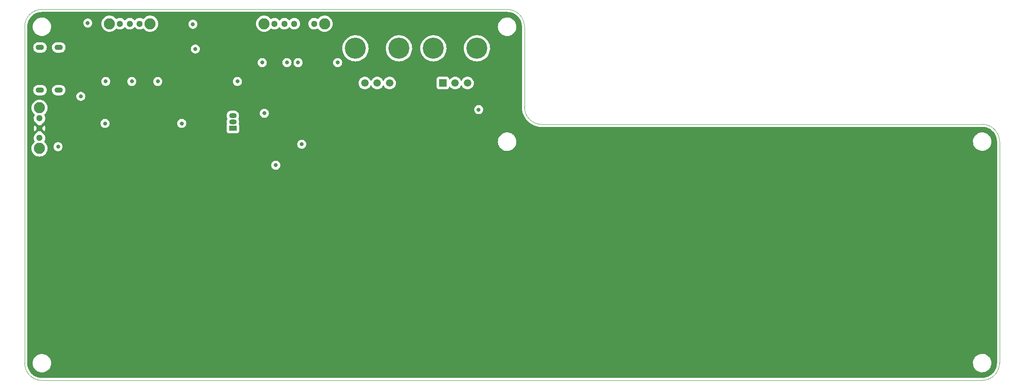
<source format=gbr>
%TF.GenerationSoftware,KiCad,Pcbnew,(6.0.7)*%
%TF.CreationDate,2023-07-12T13:06:09-04:00*%
%TF.ProjectId,Stylophone,5374796c-6f70-4686-9f6e-652e6b696361,rev?*%
%TF.SameCoordinates,Original*%
%TF.FileFunction,Copper,L3,Inr*%
%TF.FilePolarity,Positive*%
%FSLAX46Y46*%
G04 Gerber Fmt 4.6, Leading zero omitted, Abs format (unit mm)*
G04 Created by KiCad (PCBNEW (6.0.7)) date 2023-07-12 13:06:09*
%MOMM*%
%LPD*%
G01*
G04 APERTURE LIST*
%TA.AperFunction,Profile*%
%ADD10C,0.100000*%
%TD*%
%TA.AperFunction,ComponentPad*%
%ADD11C,1.300000*%
%TD*%
%TA.AperFunction,ComponentPad*%
%ADD12C,2.250000*%
%TD*%
%TA.AperFunction,ComponentPad*%
%ADD13C,1.500000*%
%TD*%
%TA.AperFunction,ComponentPad*%
%ADD14C,4.260000*%
%TD*%
%TA.AperFunction,ComponentPad*%
%ADD15R,1.500000X1.500000*%
%TD*%
%TA.AperFunction,ComponentPad*%
%ADD16R,1.500000X1.050000*%
%TD*%
%TA.AperFunction,ComponentPad*%
%ADD17O,1.500000X1.050000*%
%TD*%
%TA.AperFunction,ComponentPad*%
%ADD18O,1.700000X1.100000*%
%TD*%
%TA.AperFunction,ViaPad*%
%ADD19C,0.800000*%
%TD*%
G04 APERTURE END LIST*
D10*
X26000000Y-85500000D02*
X120000000Y-85500000D01*
X26000000Y-85500000D02*
G75*
G03*
X22500000Y-89000000I0J-3500000D01*
G01*
X216000000Y-160480000D02*
X26000000Y-160500000D01*
X216000000Y-108720000D02*
X127000000Y-108740000D01*
X216000000Y-160480000D02*
G75*
G03*
X219500000Y-156980000I0J3500000D01*
G01*
X123500000Y-105240000D02*
G75*
G03*
X127000000Y-108740000I3500000J0D01*
G01*
X22500000Y-157000000D02*
G75*
G03*
X26000000Y-160500000I3500000J0D01*
G01*
X123500000Y-89000000D02*
X123500000Y-105240000D01*
X219500000Y-112220000D02*
G75*
G03*
X216000000Y-108720000I-3500000J0D01*
G01*
X22500000Y-89000000D02*
X22500000Y-157000000D01*
X123500000Y-89000000D02*
G75*
G03*
X120000000Y-85500000I-3500000J0D01*
G01*
X219500000Y-156980000D02*
X219500000Y-112220000D01*
D11*
%TO.N,unconnected-(SW2-Pad1)*%
%TO.C,SW2*%
X45750000Y-88396360D03*
%TO.N,Net-(COS3-Pad2)*%
X43750000Y-88396360D03*
%TO.N,GND*%
X41750000Y-88396360D03*
D12*
%TO.N,N/C*%
X47850000Y-88396360D03*
X39650000Y-88396360D03*
%TD*%
D13*
%TO.N,Net-(RP2-Pad2)*%
%TO.C,VR1*%
X91250000Y-100375000D03*
%TO.N,GND*%
X93750000Y-100375000D03*
%TO.N,unconnected-(VR1-Pad3)*%
X96250000Y-100375000D03*
D14*
%TO.N,unconnected-(VR1-PadMH1)*%
X89350000Y-93375000D03*
%TO.N,unconnected-(VR1-PadMH2)*%
X98150000Y-93375000D03*
%TD*%
D11*
%TO.N,Net-(D1-Pad1)*%
%TO.C,SW1*%
X25500000Y-107500000D03*
%TO.N,+5V*%
X25500000Y-109500000D03*
%TO.N,unconnected-(SW1-Pad3)*%
X25500000Y-111500000D03*
D12*
%TO.N,N/C*%
X25500000Y-105400000D03*
X25500000Y-113600000D03*
%TD*%
D15*
%TO.N,Net-(RFD1-Pad2)*%
%TO.C,VR2*%
X107000000Y-100375000D03*
D13*
%TO.N,Net-(Q3-Pad1)*%
X109500000Y-100375000D03*
%TO.N,Net-(Q2-Pad3)*%
X112000000Y-100375000D03*
D14*
%TO.N,unconnected-(VR2-PadMH1)*%
X105100000Y-93375000D03*
%TO.N,unconnected-(VR2-PadMH2)*%
X113900000Y-93375000D03*
%TD*%
D16*
%TO.N,RESISTOR_MODULE*%
%TO.C,Q1*%
X64570000Y-109520000D03*
D17*
%TO.N,VIB_SIG*%
X64570000Y-108250000D03*
%TO.N,Net-(Q1-Pad3)*%
X64570000Y-106980000D03*
%TD*%
D11*
%TO.N,Net-(CHB1-Pad1)*%
%TO.C,SW3*%
X81000000Y-88396360D03*
%TO.N,RESISTOR_MODULE*%
X77000000Y-88396360D03*
%TO.N,Net-(CMB1-Pad1)*%
X75000000Y-88396360D03*
%TO.N,Net-(CLB1-Pad2)*%
X73000000Y-88396360D03*
D12*
%TO.N,N/C*%
X83100000Y-88396360D03*
X70900000Y-88396360D03*
%TD*%
D18*
%TO.N,GND*%
%TO.C,J1*%
X25600000Y-93180000D03*
X29400000Y-101820000D03*
X25600000Y-101820000D03*
X29400000Y-93180000D03*
%TD*%
D19*
%TO.N,GND*%
X38750000Y-108550000D03*
X75500000Y-96250000D03*
X70937500Y-106500000D03*
X70500000Y-96250000D03*
X85750000Y-96250000D03*
X35250000Y-88250000D03*
X73250000Y-117000000D03*
X54250000Y-108550000D03*
X44150000Y-100070000D03*
X114250000Y-105750000D03*
X29250000Y-113250000D03*
X33850000Y-103075000D03*
X77750000Y-96250000D03*
X49400000Y-100070000D03*
X38900000Y-100050000D03*
X65500000Y-100050000D03*
X78500000Y-112750000D03*
%TO.N,+5V*%
X48750000Y-92750000D03*
X106250000Y-104500000D03*
X83500000Y-113500000D03*
X58750000Y-100050000D03*
X67250000Y-110500000D03*
X35250000Y-108500000D03*
X84750000Y-109500000D03*
X54000000Y-105300000D03*
X30000000Y-88250000D03*
X49000000Y-108550000D03*
X27750000Y-116850000D03*
X34250000Y-113250000D03*
%TO.N,Net-(COS4-Pad1)*%
X56500000Y-88500000D03*
%TO.N,Net-(Q4-Pad2)*%
X57000000Y-93500000D03*
%TD*%
%TA.AperFunction,Conductor*%
%TO.N,+5V*%
G36*
X119970018Y-86010000D02*
G01*
X119984851Y-86012310D01*
X119984855Y-86012310D01*
X119993724Y-86013691D01*
X120012436Y-86011244D01*
X120035366Y-86010353D01*
X120306103Y-86024542D01*
X120319209Y-86025919D01*
X120534134Y-86059960D01*
X120615445Y-86072838D01*
X120628345Y-86075580D01*
X120773196Y-86114392D01*
X120918052Y-86153207D01*
X120930586Y-86157279D01*
X121210587Y-86264762D01*
X121222635Y-86270126D01*
X121489870Y-86406289D01*
X121501286Y-86412880D01*
X121752832Y-86576236D01*
X121763495Y-86583984D01*
X121996573Y-86772727D01*
X122006374Y-86781552D01*
X122218448Y-86993626D01*
X122227273Y-87003427D01*
X122343050Y-87146399D01*
X122416016Y-87236505D01*
X122423764Y-87247168D01*
X122587117Y-87498709D01*
X122593711Y-87510130D01*
X122729874Y-87777365D01*
X122735237Y-87789412D01*
X122820523Y-88011586D01*
X122842719Y-88069409D01*
X122846793Y-88081948D01*
X122873468Y-88181497D01*
X122924420Y-88371655D01*
X122927162Y-88384555D01*
X122929032Y-88396360D01*
X122972050Y-88667965D01*
X122974080Y-88680785D01*
X122975458Y-88693902D01*
X122989262Y-88957299D01*
X122987935Y-88983276D01*
X122987691Y-88984846D01*
X122987691Y-88984850D01*
X122986309Y-88993724D01*
X122987473Y-89002626D01*
X122987473Y-89002628D01*
X122990436Y-89025283D01*
X122991500Y-89041621D01*
X122991500Y-105190633D01*
X122990000Y-105210018D01*
X122988637Y-105218774D01*
X122986309Y-105233724D01*
X122987266Y-105241045D01*
X122987445Y-105244918D01*
X122987438Y-105245497D01*
X122987510Y-105246315D01*
X123001726Y-105553794D01*
X123004336Y-105610253D01*
X123004736Y-105613120D01*
X123053550Y-105963056D01*
X123055543Y-105977347D01*
X123066222Y-106022750D01*
X123135343Y-106316635D01*
X123140403Y-106338150D01*
X123258192Y-106689584D01*
X123407905Y-107028651D01*
X123409327Y-107031204D01*
X123409329Y-107031208D01*
X123532632Y-107252579D01*
X123588264Y-107352458D01*
X123797731Y-107658241D01*
X123799590Y-107660480D01*
X123799591Y-107660481D01*
X123816801Y-107681206D01*
X124034518Y-107943394D01*
X124296606Y-108205482D01*
X124581759Y-108442269D01*
X124887542Y-108651736D01*
X124890095Y-108653158D01*
X124982563Y-108704662D01*
X125211349Y-108832095D01*
X125550416Y-108981808D01*
X125901850Y-109099597D01*
X125904683Y-109100263D01*
X125904689Y-109100265D01*
X126064936Y-109137954D01*
X126262653Y-109184457D01*
X126265538Y-109184859D01*
X126265541Y-109184860D01*
X126504637Y-109218212D01*
X126629747Y-109235664D01*
X126632631Y-109235797D01*
X126632638Y-109235798D01*
X126851577Y-109245920D01*
X126968597Y-109251330D01*
X126978962Y-109252438D01*
X126982650Y-109252769D01*
X126987448Y-109253576D01*
X126993724Y-109253653D01*
X126995140Y-109253670D01*
X126995143Y-109253670D01*
X127000000Y-109253729D01*
X127027708Y-109249761D01*
X127045528Y-109248490D01*
X132714093Y-109247216D01*
X215950680Y-109228511D01*
X215970089Y-109230011D01*
X215972287Y-109230353D01*
X215984852Y-109232310D01*
X215984855Y-109232310D01*
X215993724Y-109233691D01*
X216012436Y-109231244D01*
X216035366Y-109230353D01*
X216306103Y-109244542D01*
X216319209Y-109245919D01*
X216534134Y-109279960D01*
X216615445Y-109292838D01*
X216628345Y-109295580D01*
X216773196Y-109334393D01*
X216918052Y-109373207D01*
X216930586Y-109377279D01*
X217210587Y-109484762D01*
X217222635Y-109490126D01*
X217489870Y-109626289D01*
X217501286Y-109632880D01*
X217752832Y-109796236D01*
X217763492Y-109803982D01*
X217873977Y-109893451D01*
X217996573Y-109992727D01*
X218006374Y-110001552D01*
X218218448Y-110213626D01*
X218227273Y-110223427D01*
X218414145Y-110454194D01*
X218416016Y-110456505D01*
X218423764Y-110467168D01*
X218586379Y-110717573D01*
X218587117Y-110718709D01*
X218593711Y-110730130D01*
X218729874Y-110997365D01*
X218735237Y-111009412D01*
X218840035Y-111282416D01*
X218842719Y-111289409D01*
X218846793Y-111301948D01*
X218885608Y-111446804D01*
X218924420Y-111591655D01*
X218927162Y-111604555D01*
X218970762Y-111879834D01*
X218974080Y-111900785D01*
X218975458Y-111913902D01*
X218989262Y-112177299D01*
X218987935Y-112203276D01*
X218987691Y-112204846D01*
X218987691Y-112204850D01*
X218986309Y-112213724D01*
X218987473Y-112222626D01*
X218987473Y-112222628D01*
X218990436Y-112245283D01*
X218991500Y-112261621D01*
X218991500Y-156930633D01*
X218990000Y-156950018D01*
X218987690Y-156964851D01*
X218987690Y-156964855D01*
X218986309Y-156973724D01*
X218988756Y-156992433D01*
X218989647Y-157015366D01*
X218989462Y-157018905D01*
X218975458Y-157286099D01*
X218974081Y-157299209D01*
X218971547Y-157315209D01*
X218927162Y-157595445D01*
X218924420Y-157608345D01*
X218846795Y-157898047D01*
X218842721Y-157910586D01*
X218787100Y-158055482D01*
X218735238Y-158190587D01*
X218729874Y-158202635D01*
X218719683Y-158222635D01*
X218593711Y-158469870D01*
X218587120Y-158481286D01*
X218423764Y-158732832D01*
X218416018Y-158743492D01*
X218339082Y-158838500D01*
X218227273Y-158976573D01*
X218218448Y-158986374D01*
X218006374Y-159198448D01*
X217996573Y-159207273D01*
X217763495Y-159396016D01*
X217752832Y-159403764D01*
X217501286Y-159567120D01*
X217489870Y-159573711D01*
X217222635Y-159709874D01*
X217210588Y-159715237D01*
X216930586Y-159822721D01*
X216918052Y-159826793D01*
X216773196Y-159865608D01*
X216628345Y-159904420D01*
X216615445Y-159907162D01*
X216534134Y-159920040D01*
X216319209Y-159954081D01*
X216306101Y-159955458D01*
X216230937Y-159959397D01*
X216042701Y-159969262D01*
X216016724Y-159967935D01*
X216015154Y-159967691D01*
X216015150Y-159967691D01*
X216006276Y-159966309D01*
X215974676Y-159970441D01*
X215958357Y-159971505D01*
X26049347Y-159991495D01*
X26029948Y-159989995D01*
X26015148Y-159987690D01*
X26015145Y-159987690D01*
X26006276Y-159986309D01*
X25987564Y-159988756D01*
X25964634Y-159989647D01*
X25693897Y-159975458D01*
X25680791Y-159974081D01*
X25465866Y-159940040D01*
X25384555Y-159927162D01*
X25371655Y-159924420D01*
X25226804Y-159885607D01*
X25081948Y-159846793D01*
X25069414Y-159842721D01*
X24789412Y-159735237D01*
X24777365Y-159729874D01*
X24510130Y-159593711D01*
X24498714Y-159587120D01*
X24247168Y-159423764D01*
X24236505Y-159416016D01*
X24221382Y-159403769D01*
X24003427Y-159227273D01*
X23993626Y-159218448D01*
X23781552Y-159006374D01*
X23772727Y-158996573D01*
X23660918Y-158858500D01*
X23583982Y-158763492D01*
X23576236Y-158752832D01*
X23412880Y-158501286D01*
X23406289Y-158489870D01*
X23270126Y-158222635D01*
X23264762Y-158210587D01*
X23261770Y-158202792D01*
X23157279Y-157930586D01*
X23153205Y-157918047D01*
X23121174Y-157798503D01*
X23075580Y-157628345D01*
X23072838Y-157615445D01*
X23052532Y-157487238D01*
X23025919Y-157319209D01*
X23024542Y-157306098D01*
X23010932Y-157046410D01*
X23011168Y-157042277D01*
X24137009Y-157042277D01*
X24162625Y-157310769D01*
X24163710Y-157315203D01*
X24163711Y-157315209D01*
X24220751Y-157548312D01*
X24226731Y-157572750D01*
X24327985Y-157822733D01*
X24391138Y-157930591D01*
X24452555Y-158035482D01*
X24464265Y-158055482D01*
X24467118Y-158059049D01*
X24616722Y-158246119D01*
X24632716Y-158266119D01*
X24829809Y-158450234D01*
X25051416Y-158603968D01*
X25055499Y-158605999D01*
X25055502Y-158606001D01*
X25171013Y-158663466D01*
X25292894Y-158724101D01*
X25297228Y-158725522D01*
X25297231Y-158725523D01*
X25544853Y-158806698D01*
X25544859Y-158806699D01*
X25549186Y-158808118D01*
X25553677Y-158808898D01*
X25553678Y-158808898D01*
X25811140Y-158853601D01*
X25811148Y-158853602D01*
X25814921Y-158854257D01*
X25818758Y-158854448D01*
X25898578Y-158858422D01*
X25898586Y-158858422D01*
X25900149Y-158858500D01*
X26068512Y-158858500D01*
X26070780Y-158858335D01*
X26070792Y-158858335D01*
X26201884Y-158848823D01*
X26269004Y-158843953D01*
X26273459Y-158842969D01*
X26273462Y-158842969D01*
X26527912Y-158786791D01*
X26527916Y-158786790D01*
X26532372Y-158785806D01*
X26672213Y-158732825D01*
X26780318Y-158691868D01*
X26780321Y-158691867D01*
X26784588Y-158690250D01*
X27020368Y-158559286D01*
X27234773Y-158395657D01*
X27254325Y-158375657D01*
X27420117Y-158206060D01*
X27423312Y-158202792D01*
X27582034Y-157984730D01*
X27665190Y-157826676D01*
X27705490Y-157750079D01*
X27705493Y-157750073D01*
X27707615Y-157746039D01*
X27710685Y-157737347D01*
X27795902Y-157496033D01*
X27795902Y-157496032D01*
X27797425Y-157491720D01*
X27834011Y-157306098D01*
X27848700Y-157231572D01*
X27848701Y-157231566D01*
X27849581Y-157227100D01*
X27850577Y-157207100D01*
X27859778Y-157022277D01*
X214137009Y-157022277D01*
X214162625Y-157290769D01*
X214163710Y-157295203D01*
X214163711Y-157295209D01*
X214225645Y-157548312D01*
X214226731Y-157552750D01*
X214327985Y-157802733D01*
X214391138Y-157910591D01*
X214434549Y-157984730D01*
X214464265Y-158035482D01*
X214483112Y-158059049D01*
X214584686Y-158186060D01*
X214632716Y-158246119D01*
X214829809Y-158430234D01*
X215051416Y-158583968D01*
X215055499Y-158585999D01*
X215055502Y-158586001D01*
X215095704Y-158606001D01*
X215292894Y-158704101D01*
X215297228Y-158705522D01*
X215297231Y-158705523D01*
X215544853Y-158786698D01*
X215544859Y-158786699D01*
X215549186Y-158788118D01*
X215553677Y-158788898D01*
X215553678Y-158788898D01*
X215811140Y-158833601D01*
X215811148Y-158833602D01*
X215814921Y-158834257D01*
X215818758Y-158834448D01*
X215898578Y-158838422D01*
X215898586Y-158838422D01*
X215900149Y-158838500D01*
X216068512Y-158838500D01*
X216070780Y-158838335D01*
X216070792Y-158838335D01*
X216201884Y-158828823D01*
X216269004Y-158823953D01*
X216273459Y-158822969D01*
X216273462Y-158822969D01*
X216527912Y-158766791D01*
X216527916Y-158766790D01*
X216532372Y-158765806D01*
X216658480Y-158718028D01*
X216780318Y-158671868D01*
X216780321Y-158671867D01*
X216784588Y-158670250D01*
X217020368Y-158539286D01*
X217234773Y-158375657D01*
X217423312Y-158182792D01*
X217582034Y-157964730D01*
X217634521Y-157864969D01*
X217705490Y-157730079D01*
X217705493Y-157730073D01*
X217707615Y-157726039D01*
X217710685Y-157717347D01*
X217795902Y-157476033D01*
X217795902Y-157476032D01*
X217797425Y-157471720D01*
X217833987Y-157286217D01*
X217848700Y-157211572D01*
X217848701Y-157211566D01*
X217849581Y-157207100D01*
X217849808Y-157202544D01*
X217862764Y-156942292D01*
X217862764Y-156942286D01*
X217862991Y-156937723D01*
X217837375Y-156669231D01*
X217799088Y-156512762D01*
X217774355Y-156411688D01*
X217773269Y-156407250D01*
X217672015Y-156157267D01*
X217549755Y-155948463D01*
X217538045Y-155928463D01*
X217538044Y-155928462D01*
X217535735Y-155924518D01*
X217417928Y-155777208D01*
X217370136Y-155717447D01*
X217370135Y-155717445D01*
X217367284Y-155713881D01*
X217170191Y-155529766D01*
X216948584Y-155376032D01*
X216944501Y-155374001D01*
X216944498Y-155373999D01*
X216779606Y-155291967D01*
X216707106Y-155255899D01*
X216702772Y-155254478D01*
X216702769Y-155254477D01*
X216455147Y-155173302D01*
X216455141Y-155173301D01*
X216450814Y-155171882D01*
X216446322Y-155171102D01*
X216188860Y-155126399D01*
X216188852Y-155126398D01*
X216185079Y-155125743D01*
X216173817Y-155125182D01*
X216101422Y-155121578D01*
X216101414Y-155121578D01*
X216099851Y-155121500D01*
X215931488Y-155121500D01*
X215929220Y-155121665D01*
X215929208Y-155121665D01*
X215798116Y-155131177D01*
X215730996Y-155136047D01*
X215726541Y-155137031D01*
X215726538Y-155137031D01*
X215472088Y-155193209D01*
X215472084Y-155193210D01*
X215467628Y-155194194D01*
X215341520Y-155241972D01*
X215219682Y-155288132D01*
X215219679Y-155288133D01*
X215215412Y-155289750D01*
X214979632Y-155420714D01*
X214765227Y-155584343D01*
X214762034Y-155587609D01*
X214762032Y-155587611D01*
X214742481Y-155607611D01*
X214576688Y-155777208D01*
X214417966Y-155995270D01*
X214415844Y-155999304D01*
X214294510Y-156229921D01*
X214294507Y-156229927D01*
X214292385Y-156233961D01*
X214290865Y-156238266D01*
X214290863Y-156238270D01*
X214225621Y-156423019D01*
X214202575Y-156488280D01*
X214150419Y-156752900D01*
X214150192Y-156757453D01*
X214150192Y-156757456D01*
X214137353Y-157015368D01*
X214137009Y-157022277D01*
X27859778Y-157022277D01*
X27862764Y-156962292D01*
X27862764Y-156962286D01*
X27862991Y-156957723D01*
X27837375Y-156689231D01*
X27792042Y-156503967D01*
X27774355Y-156431688D01*
X27773269Y-156427250D01*
X27672015Y-156177267D01*
X27575005Y-156011586D01*
X27538045Y-155948463D01*
X27538044Y-155948462D01*
X27535735Y-155944518D01*
X27417928Y-155797208D01*
X27370136Y-155737447D01*
X27370135Y-155737445D01*
X27367284Y-155733881D01*
X27170191Y-155549766D01*
X26948584Y-155396032D01*
X26944501Y-155394001D01*
X26944498Y-155393999D01*
X26779606Y-155311967D01*
X26707106Y-155275899D01*
X26702772Y-155274478D01*
X26702769Y-155274477D01*
X26455147Y-155193302D01*
X26455141Y-155193301D01*
X26450814Y-155191882D01*
X26446322Y-155191102D01*
X26188860Y-155146399D01*
X26188852Y-155146398D01*
X26185079Y-155145743D01*
X26173817Y-155145182D01*
X26101422Y-155141578D01*
X26101414Y-155141578D01*
X26099851Y-155141500D01*
X25931488Y-155141500D01*
X25929220Y-155141665D01*
X25929208Y-155141665D01*
X25798116Y-155151177D01*
X25730996Y-155156047D01*
X25726541Y-155157031D01*
X25726538Y-155157031D01*
X25472088Y-155213209D01*
X25472084Y-155213210D01*
X25467628Y-155214194D01*
X25352181Y-155257933D01*
X25219682Y-155308132D01*
X25219679Y-155308133D01*
X25215412Y-155309750D01*
X24979632Y-155440714D01*
X24765227Y-155604343D01*
X24576688Y-155797208D01*
X24417966Y-156015270D01*
X24415844Y-156019304D01*
X24294510Y-156249921D01*
X24294507Y-156249927D01*
X24292385Y-156253961D01*
X24290865Y-156258266D01*
X24290863Y-156258270D01*
X24211161Y-156483967D01*
X24202575Y-156508280D01*
X24150419Y-156772900D01*
X24150192Y-156777453D01*
X24150192Y-156777456D01*
X24137778Y-157026833D01*
X24137009Y-157042277D01*
X23011168Y-157042277D01*
X23012505Y-157018915D01*
X23013576Y-157012552D01*
X23013729Y-157000000D01*
X23009773Y-156972376D01*
X23008500Y-156954514D01*
X23008500Y-117000000D01*
X72336496Y-117000000D01*
X72356458Y-117189928D01*
X72415473Y-117371556D01*
X72510960Y-117536944D01*
X72638747Y-117678866D01*
X72793248Y-117791118D01*
X72799276Y-117793802D01*
X72799278Y-117793803D01*
X72961681Y-117866109D01*
X72967712Y-117868794D01*
X73061112Y-117888647D01*
X73148056Y-117907128D01*
X73148061Y-117907128D01*
X73154513Y-117908500D01*
X73345487Y-117908500D01*
X73351939Y-117907128D01*
X73351944Y-117907128D01*
X73438888Y-117888647D01*
X73532288Y-117868794D01*
X73538319Y-117866109D01*
X73700722Y-117793803D01*
X73700724Y-117793802D01*
X73706752Y-117791118D01*
X73861253Y-117678866D01*
X73989040Y-117536944D01*
X74084527Y-117371556D01*
X74143542Y-117189928D01*
X74163504Y-117000000D01*
X74143542Y-116810072D01*
X74084527Y-116628444D01*
X73989040Y-116463056D01*
X73861253Y-116321134D01*
X73706752Y-116208882D01*
X73700724Y-116206198D01*
X73700722Y-116206197D01*
X73538319Y-116133891D01*
X73538318Y-116133891D01*
X73532288Y-116131206D01*
X73438887Y-116111353D01*
X73351944Y-116092872D01*
X73351939Y-116092872D01*
X73345487Y-116091500D01*
X73154513Y-116091500D01*
X73148061Y-116092872D01*
X73148056Y-116092872D01*
X73061113Y-116111353D01*
X72967712Y-116131206D01*
X72961682Y-116133891D01*
X72961681Y-116133891D01*
X72799278Y-116206197D01*
X72799276Y-116206198D01*
X72793248Y-116208882D01*
X72638747Y-116321134D01*
X72510960Y-116463056D01*
X72415473Y-116628444D01*
X72356458Y-116810072D01*
X72336496Y-117000000D01*
X23008500Y-117000000D01*
X23008500Y-113600000D01*
X23861449Y-113600000D01*
X23881622Y-113856326D01*
X23882776Y-113861133D01*
X23882777Y-113861139D01*
X23902695Y-113944101D01*
X23941645Y-114106340D01*
X23943538Y-114110911D01*
X23943539Y-114110913D01*
X23946804Y-114118794D01*
X24040040Y-114343887D01*
X24174384Y-114563116D01*
X24341369Y-114758631D01*
X24536884Y-114925616D01*
X24756113Y-115059960D01*
X24760683Y-115061853D01*
X24760687Y-115061855D01*
X24989087Y-115156461D01*
X24993660Y-115158355D01*
X25080502Y-115179204D01*
X25238861Y-115217223D01*
X25238867Y-115217224D01*
X25243674Y-115218378D01*
X25500000Y-115238551D01*
X25756326Y-115218378D01*
X25761133Y-115217224D01*
X25761139Y-115217223D01*
X25919498Y-115179204D01*
X26006340Y-115158355D01*
X26010913Y-115156461D01*
X26239313Y-115061855D01*
X26239317Y-115061853D01*
X26243887Y-115059960D01*
X26463116Y-114925616D01*
X26658631Y-114758631D01*
X26825616Y-114563116D01*
X26959960Y-114343887D01*
X27053197Y-114118794D01*
X27056461Y-114110913D01*
X27056462Y-114110911D01*
X27058355Y-114106340D01*
X27097305Y-113944101D01*
X27117223Y-113861139D01*
X27117224Y-113861133D01*
X27118378Y-113856326D01*
X27138551Y-113600000D01*
X27118378Y-113343674D01*
X27107665Y-113299049D01*
X27095889Y-113250000D01*
X28336496Y-113250000D01*
X28337186Y-113256565D01*
X28345836Y-113338861D01*
X28356458Y-113439928D01*
X28415473Y-113621556D01*
X28418776Y-113627278D01*
X28418777Y-113627279D01*
X28436803Y-113658500D01*
X28510960Y-113786944D01*
X28515378Y-113791851D01*
X28515379Y-113791852D01*
X28564135Y-113846001D01*
X28638747Y-113928866D01*
X28684444Y-113962067D01*
X28776429Y-114028898D01*
X28793248Y-114041118D01*
X28799276Y-114043802D01*
X28799278Y-114043803D01*
X28950011Y-114110913D01*
X28967712Y-114118794D01*
X29061112Y-114138647D01*
X29148056Y-114157128D01*
X29148061Y-114157128D01*
X29154513Y-114158500D01*
X29345487Y-114158500D01*
X29351939Y-114157128D01*
X29351944Y-114157128D01*
X29438888Y-114138647D01*
X29532288Y-114118794D01*
X29549989Y-114110913D01*
X29700722Y-114043803D01*
X29700724Y-114043802D01*
X29706752Y-114041118D01*
X29723572Y-114028898D01*
X29815556Y-113962067D01*
X29861253Y-113928866D01*
X29935865Y-113846001D01*
X29984621Y-113791852D01*
X29984622Y-113791851D01*
X29989040Y-113786944D01*
X30063197Y-113658500D01*
X30081223Y-113627279D01*
X30081224Y-113627278D01*
X30084527Y-113621556D01*
X30143542Y-113439928D01*
X30154165Y-113338861D01*
X30162814Y-113256565D01*
X30163504Y-113250000D01*
X30143542Y-113060072D01*
X30084527Y-112878444D01*
X30010370Y-112750000D01*
X77586496Y-112750000D01*
X77587186Y-112756565D01*
X77598130Y-112860687D01*
X77606458Y-112939928D01*
X77665473Y-113121556D01*
X77760960Y-113286944D01*
X77765378Y-113291851D01*
X77765379Y-113291852D01*
X77883278Y-113422792D01*
X77888747Y-113428866D01*
X78043248Y-113541118D01*
X78049276Y-113543802D01*
X78049278Y-113543803D01*
X78203326Y-113612389D01*
X78217712Y-113618794D01*
X78297046Y-113635657D01*
X78398056Y-113657128D01*
X78398061Y-113657128D01*
X78404513Y-113658500D01*
X78595487Y-113658500D01*
X78601939Y-113657128D01*
X78601944Y-113657128D01*
X78702954Y-113635657D01*
X78782288Y-113618794D01*
X78796674Y-113612389D01*
X78950722Y-113543803D01*
X78950724Y-113543802D01*
X78956752Y-113541118D01*
X79111253Y-113428866D01*
X79116722Y-113422792D01*
X79234621Y-113291852D01*
X79234622Y-113291851D01*
X79239040Y-113286944D01*
X79334527Y-113121556D01*
X79393542Y-112939928D01*
X79401871Y-112860687D01*
X79412814Y-112756565D01*
X79413504Y-112750000D01*
X79409010Y-112707238D01*
X79394232Y-112566635D01*
X79394232Y-112566633D01*
X79393542Y-112560072D01*
X79334527Y-112378444D01*
X79313990Y-112342872D01*
X79297314Y-112313990D01*
X79279005Y-112282277D01*
X118137009Y-112282277D01*
X118162625Y-112550769D01*
X118163710Y-112555203D01*
X118163711Y-112555209D01*
X118209770Y-112743435D01*
X118226731Y-112812750D01*
X118327985Y-113062733D01*
X118348911Y-113098472D01*
X118452555Y-113275482D01*
X118464265Y-113295482D01*
X118467118Y-113299049D01*
X118616722Y-113486119D01*
X118632716Y-113506119D01*
X118829809Y-113690234D01*
X119051416Y-113843968D01*
X119055499Y-113845999D01*
X119055502Y-113846001D01*
X119085931Y-113861139D01*
X119292894Y-113964101D01*
X119297228Y-113965522D01*
X119297231Y-113965523D01*
X119544853Y-114046698D01*
X119544859Y-114046699D01*
X119549186Y-114048118D01*
X119553677Y-114048898D01*
X119553678Y-114048898D01*
X119811140Y-114093601D01*
X119811148Y-114093602D01*
X119814921Y-114094257D01*
X119818758Y-114094448D01*
X119898578Y-114098422D01*
X119898586Y-114098422D01*
X119900149Y-114098500D01*
X120068512Y-114098500D01*
X120070780Y-114098335D01*
X120070792Y-114098335D01*
X120201884Y-114088823D01*
X120269004Y-114083953D01*
X120273459Y-114082969D01*
X120273462Y-114082969D01*
X120527912Y-114026791D01*
X120527916Y-114026790D01*
X120532372Y-114025806D01*
X120658480Y-113978028D01*
X120780318Y-113931868D01*
X120780321Y-113931867D01*
X120784588Y-113930250D01*
X121020368Y-113799286D01*
X121234773Y-113635657D01*
X121254325Y-113615657D01*
X121384443Y-113482553D01*
X121423312Y-113442792D01*
X121582034Y-113224730D01*
X121665212Y-113066635D01*
X121705490Y-112990079D01*
X121705493Y-112990073D01*
X121707615Y-112986039D01*
X121716200Y-112961730D01*
X121795902Y-112736033D01*
X121795902Y-112736032D01*
X121797425Y-112731720D01*
X121829076Y-112571134D01*
X121848700Y-112471572D01*
X121848701Y-112471566D01*
X121849581Y-112467100D01*
X121850675Y-112445131D01*
X121859778Y-112262277D01*
X214137009Y-112262277D01*
X214162625Y-112530769D01*
X214163710Y-112535203D01*
X214163711Y-112535209D01*
X214214664Y-112743435D01*
X214226731Y-112792750D01*
X214327985Y-113042733D01*
X214370458Y-113115271D01*
X214434549Y-113224730D01*
X214464265Y-113275482D01*
X214576377Y-113415671D01*
X214586930Y-113428866D01*
X214632716Y-113486119D01*
X214829809Y-113670234D01*
X215051416Y-113823968D01*
X215055499Y-113825999D01*
X215055502Y-113826001D01*
X215116458Y-113856326D01*
X215292894Y-113944101D01*
X215297228Y-113945522D01*
X215297231Y-113945523D01*
X215544853Y-114026698D01*
X215544859Y-114026699D01*
X215549186Y-114028118D01*
X215553677Y-114028898D01*
X215553678Y-114028898D01*
X215811140Y-114073601D01*
X215811148Y-114073602D01*
X215814921Y-114074257D01*
X215818758Y-114074448D01*
X215898578Y-114078422D01*
X215898586Y-114078422D01*
X215900149Y-114078500D01*
X216068512Y-114078500D01*
X216070780Y-114078335D01*
X216070792Y-114078335D01*
X216201884Y-114068823D01*
X216269004Y-114063953D01*
X216273459Y-114062969D01*
X216273462Y-114062969D01*
X216527912Y-114006791D01*
X216527916Y-114006790D01*
X216532372Y-114005806D01*
X216658480Y-113958028D01*
X216780318Y-113911868D01*
X216780321Y-113911867D01*
X216784588Y-113910250D01*
X217020368Y-113779286D01*
X217219545Y-113627279D01*
X217231141Y-113618429D01*
X217231142Y-113618428D01*
X217234773Y-113615657D01*
X217245260Y-113604930D01*
X217400566Y-113446060D01*
X217423312Y-113422792D01*
X217582034Y-113204730D01*
X217642877Y-113089087D01*
X217705490Y-112970079D01*
X217705493Y-112970073D01*
X217707615Y-112966039D01*
X217719154Y-112933365D01*
X217795902Y-112716033D01*
X217795902Y-112716032D01*
X217797425Y-112711720D01*
X217826021Y-112566635D01*
X217848700Y-112451572D01*
X217848701Y-112451566D01*
X217849581Y-112447100D01*
X217852728Y-112383891D01*
X217862764Y-112182292D01*
X217862764Y-112182286D01*
X217862991Y-112177723D01*
X217837375Y-111909231D01*
X217835309Y-111900785D01*
X217774355Y-111651688D01*
X217773269Y-111647250D01*
X217672015Y-111397267D01*
X217549755Y-111188463D01*
X217538045Y-111168463D01*
X217538044Y-111168462D01*
X217535735Y-111164518D01*
X217417928Y-111017208D01*
X217370136Y-110957447D01*
X217370135Y-110957445D01*
X217367284Y-110953881D01*
X217170191Y-110769766D01*
X216948584Y-110616032D01*
X216944501Y-110614001D01*
X216944498Y-110613999D01*
X216779606Y-110531967D01*
X216707106Y-110495899D01*
X216702772Y-110494478D01*
X216702769Y-110494477D01*
X216455147Y-110413302D01*
X216455141Y-110413301D01*
X216450814Y-110411882D01*
X216446322Y-110411102D01*
X216188860Y-110366399D01*
X216188852Y-110366398D01*
X216185079Y-110365743D01*
X216173817Y-110365182D01*
X216101422Y-110361578D01*
X216101414Y-110361578D01*
X216099851Y-110361500D01*
X215931488Y-110361500D01*
X215929220Y-110361665D01*
X215929208Y-110361665D01*
X215798116Y-110371177D01*
X215730996Y-110376047D01*
X215726541Y-110377031D01*
X215726538Y-110377031D01*
X215472088Y-110433209D01*
X215472084Y-110433210D01*
X215467628Y-110434194D01*
X215390680Y-110463347D01*
X215219682Y-110528132D01*
X215219679Y-110528133D01*
X215215412Y-110529750D01*
X214979632Y-110660714D01*
X214765227Y-110824343D01*
X214762034Y-110827609D01*
X214762032Y-110827611D01*
X214703521Y-110887465D01*
X214576688Y-111017208D01*
X214417966Y-111235270D01*
X214365479Y-111335031D01*
X214294510Y-111469921D01*
X214294507Y-111469927D01*
X214292385Y-111473961D01*
X214290865Y-111478266D01*
X214290863Y-111478270D01*
X214225621Y-111663019D01*
X214202575Y-111728280D01*
X214150419Y-111992900D01*
X214150192Y-111997453D01*
X214150192Y-111997456D01*
X214137450Y-112253421D01*
X214137009Y-112262277D01*
X121859778Y-112262277D01*
X121862764Y-112202292D01*
X121862764Y-112202286D01*
X121862991Y-112197723D01*
X121837375Y-111929231D01*
X121832010Y-111907303D01*
X121774355Y-111671688D01*
X121773269Y-111667250D01*
X121672015Y-111417267D01*
X121575005Y-111251586D01*
X121538045Y-111188463D01*
X121538044Y-111188462D01*
X121535735Y-111184518D01*
X121417928Y-111037208D01*
X121370136Y-110977447D01*
X121370135Y-110977445D01*
X121367284Y-110973881D01*
X121170191Y-110789766D01*
X120948584Y-110636032D01*
X120944501Y-110634001D01*
X120944498Y-110633999D01*
X120782687Y-110553500D01*
X120707106Y-110515899D01*
X120702772Y-110514478D01*
X120702769Y-110514477D01*
X120455147Y-110433302D01*
X120455141Y-110433301D01*
X120450814Y-110431882D01*
X120446322Y-110431102D01*
X120188860Y-110386399D01*
X120188852Y-110386398D01*
X120185079Y-110385743D01*
X120173817Y-110385182D01*
X120101422Y-110381578D01*
X120101414Y-110381578D01*
X120099851Y-110381500D01*
X119931488Y-110381500D01*
X119929220Y-110381665D01*
X119929208Y-110381665D01*
X119798116Y-110391177D01*
X119730996Y-110396047D01*
X119726541Y-110397031D01*
X119726538Y-110397031D01*
X119472088Y-110453209D01*
X119472084Y-110453210D01*
X119467628Y-110454194D01*
X119347960Y-110499532D01*
X119219682Y-110548132D01*
X119219679Y-110548133D01*
X119215412Y-110549750D01*
X118979632Y-110680714D01*
X118765227Y-110844343D01*
X118576688Y-111037208D01*
X118417966Y-111255270D01*
X118396760Y-111295576D01*
X118294510Y-111489921D01*
X118294507Y-111489927D01*
X118292385Y-111493961D01*
X118290865Y-111498266D01*
X118290863Y-111498270D01*
X118228015Y-111676239D01*
X118202575Y-111748280D01*
X118150419Y-112012900D01*
X118150192Y-112017453D01*
X118150192Y-112017456D01*
X118137402Y-112274384D01*
X118137009Y-112282277D01*
X79279005Y-112282277D01*
X79239040Y-112213056D01*
X79226254Y-112198855D01*
X79115675Y-112076045D01*
X79115674Y-112076044D01*
X79111253Y-112071134D01*
X78956752Y-111958882D01*
X78950724Y-111956198D01*
X78950722Y-111956197D01*
X78788319Y-111883891D01*
X78788318Y-111883891D01*
X78782288Y-111881206D01*
X78688888Y-111861353D01*
X78601944Y-111842872D01*
X78601939Y-111842872D01*
X78595487Y-111841500D01*
X78404513Y-111841500D01*
X78398061Y-111842872D01*
X78398056Y-111842872D01*
X78311113Y-111861353D01*
X78217712Y-111881206D01*
X78211682Y-111883891D01*
X78211681Y-111883891D01*
X78049278Y-111956197D01*
X78049276Y-111956198D01*
X78043248Y-111958882D01*
X77888747Y-112071134D01*
X77884326Y-112076044D01*
X77884325Y-112076045D01*
X77773747Y-112198855D01*
X77760960Y-112213056D01*
X77702686Y-112313990D01*
X77686011Y-112342872D01*
X77665473Y-112378444D01*
X77606458Y-112560072D01*
X77605768Y-112566633D01*
X77605768Y-112566635D01*
X77590990Y-112707238D01*
X77586496Y-112750000D01*
X30010370Y-112750000D01*
X29989040Y-112713056D01*
X29983802Y-112707238D01*
X29865675Y-112576045D01*
X29865674Y-112576044D01*
X29861253Y-112571134D01*
X29706752Y-112458882D01*
X29700724Y-112456198D01*
X29700722Y-112456197D01*
X29538319Y-112383891D01*
X29538318Y-112383891D01*
X29532288Y-112381206D01*
X29438887Y-112361353D01*
X29351944Y-112342872D01*
X29351939Y-112342872D01*
X29345487Y-112341500D01*
X29154513Y-112341500D01*
X29148061Y-112342872D01*
X29148056Y-112342872D01*
X29061113Y-112361353D01*
X28967712Y-112381206D01*
X28961682Y-112383891D01*
X28961681Y-112383891D01*
X28799278Y-112456197D01*
X28799276Y-112456198D01*
X28793248Y-112458882D01*
X28638747Y-112571134D01*
X28634326Y-112576044D01*
X28634325Y-112576045D01*
X28516199Y-112707238D01*
X28510960Y-112713056D01*
X28415473Y-112878444D01*
X28356458Y-113060072D01*
X28336496Y-113250000D01*
X27095889Y-113250000D01*
X27059510Y-113098472D01*
X27058355Y-113093660D01*
X27045545Y-113062733D01*
X26961855Y-112860687D01*
X26961853Y-112860683D01*
X26959960Y-112856113D01*
X26825616Y-112636884D01*
X26658631Y-112441369D01*
X26495141Y-112301736D01*
X26456332Y-112242286D01*
X26455824Y-112171291D01*
X26467036Y-112144359D01*
X26560056Y-111978258D01*
X26562876Y-111973223D01*
X26631316Y-111771605D01*
X26634049Y-111752762D01*
X26661337Y-111564561D01*
X26661337Y-111564559D01*
X26661869Y-111560891D01*
X26663463Y-111500000D01*
X26651487Y-111369669D01*
X26644510Y-111293730D01*
X26644509Y-111293727D01*
X26643981Y-111287976D01*
X26586186Y-111083052D01*
X26565399Y-111040899D01*
X26494570Y-110897273D01*
X26492015Y-110892092D01*
X26364622Y-110721491D01*
X26208271Y-110576963D01*
X26203383Y-110573879D01*
X26203378Y-110573875D01*
X26169972Y-110552798D01*
X26123033Y-110499532D01*
X26119629Y-110491532D01*
X26111675Y-110470885D01*
X25512812Y-109872022D01*
X25498868Y-109864408D01*
X25497035Y-109864539D01*
X25490420Y-109868790D01*
X24893212Y-110465998D01*
X24871818Y-110505177D01*
X24825656Y-110553074D01*
X24816134Y-110558739D01*
X24656054Y-110699125D01*
X24524238Y-110866333D01*
X24521549Y-110871444D01*
X24521547Y-110871447D01*
X24479818Y-110950760D01*
X24425100Y-111054762D01*
X24423386Y-111060283D01*
X24423384Y-111060287D01*
X24370494Y-111230623D01*
X24361961Y-111258102D01*
X24336936Y-111469544D01*
X24350861Y-111682006D01*
X24352282Y-111687602D01*
X24352283Y-111687607D01*
X24391368Y-111841500D01*
X24403272Y-111888372D01*
X24405689Y-111893615D01*
X24442389Y-111973223D01*
X24492411Y-112081731D01*
X24495741Y-112086443D01*
X24495744Y-112086448D01*
X24527711Y-112131680D01*
X24550692Y-112198855D01*
X24533707Y-112267790D01*
X24506644Y-112300211D01*
X24421746Y-112372721D01*
X24341369Y-112441369D01*
X24174384Y-112636884D01*
X24040040Y-112856113D01*
X24038147Y-112860683D01*
X24038145Y-112860687D01*
X23954455Y-113062733D01*
X23941645Y-113093660D01*
X23940490Y-113098472D01*
X23892336Y-113299049D01*
X23881622Y-113343674D01*
X23861449Y-113600000D01*
X23008500Y-113600000D01*
X23008500Y-109475323D01*
X24337816Y-109475323D01*
X24350979Y-109676159D01*
X24352780Y-109687529D01*
X24402323Y-109882604D01*
X24406164Y-109893451D01*
X24490429Y-110076238D01*
X24496178Y-110086195D01*
X24509912Y-110105628D01*
X24520501Y-110114016D01*
X24533802Y-110106988D01*
X25127978Y-109512812D01*
X25134356Y-109501132D01*
X25864408Y-109501132D01*
X25864539Y-109502965D01*
X25868790Y-109509580D01*
X26466971Y-110107761D01*
X26479351Y-110114521D01*
X26485931Y-110109595D01*
X26559595Y-109978060D01*
X26564276Y-109967547D01*
X26628972Y-109776957D01*
X26631657Y-109765774D01*
X26660834Y-109564539D01*
X26661464Y-109557157D01*
X26662864Y-109503704D01*
X26662621Y-109496305D01*
X26644016Y-109293824D01*
X26641918Y-109282503D01*
X26587287Y-109088797D01*
X26583163Y-109078050D01*
X26494141Y-108897534D01*
X26490617Y-108891784D01*
X26480595Y-108884262D01*
X26468176Y-108891034D01*
X25872022Y-109487188D01*
X25864408Y-109501132D01*
X25134356Y-109501132D01*
X25135592Y-109498868D01*
X25135461Y-109497035D01*
X25131210Y-109490420D01*
X24531520Y-108890730D01*
X24519140Y-108883970D01*
X24513174Y-108888436D01*
X24428257Y-109049836D01*
X24423848Y-109060479D01*
X24364167Y-109252684D01*
X24361773Y-109263946D01*
X24338117Y-109463821D01*
X24337816Y-109475323D01*
X23008500Y-109475323D01*
X23008500Y-105400000D01*
X23861449Y-105400000D01*
X23881622Y-105656326D01*
X23882776Y-105661133D01*
X23882777Y-105661139D01*
X23895171Y-105712763D01*
X23941645Y-105906340D01*
X23943538Y-105910911D01*
X23943539Y-105910913D01*
X24036247Y-106134729D01*
X24040040Y-106143887D01*
X24174384Y-106363116D01*
X24341369Y-106558631D01*
X24503912Y-106697455D01*
X24542720Y-106756904D01*
X24543228Y-106827899D01*
X24527771Y-106861851D01*
X24524238Y-106866333D01*
X24425100Y-107054762D01*
X24423386Y-107060283D01*
X24423384Y-107060287D01*
X24386055Y-107180506D01*
X24361961Y-107258102D01*
X24336936Y-107469544D01*
X24350861Y-107682006D01*
X24352282Y-107687602D01*
X24352283Y-107687607D01*
X24388629Y-107830715D01*
X24403272Y-107888372D01*
X24405689Y-107893615D01*
X24442389Y-107973223D01*
X24492411Y-108081731D01*
X24615296Y-108255609D01*
X24767809Y-108404181D01*
X24772609Y-108407388D01*
X24832248Y-108447238D01*
X24878597Y-108503645D01*
X24889793Y-108530583D01*
X25487188Y-109127978D01*
X25501132Y-109135592D01*
X25502965Y-109135461D01*
X25509580Y-109131210D01*
X26090790Y-108550000D01*
X37836496Y-108550000D01*
X37837186Y-108556565D01*
X37847016Y-108650088D01*
X37856458Y-108739928D01*
X37915473Y-108921556D01*
X37918776Y-108927278D01*
X37918777Y-108927279D01*
X37949579Y-108980629D01*
X38010960Y-109086944D01*
X38015378Y-109091851D01*
X38015379Y-109091852D01*
X38098761Y-109184457D01*
X38138747Y-109228866D01*
X38293248Y-109341118D01*
X38299276Y-109343802D01*
X38299278Y-109343803D01*
X38461681Y-109416109D01*
X38467712Y-109418794D01*
X38561113Y-109438647D01*
X38648056Y-109457128D01*
X38648061Y-109457128D01*
X38654513Y-109458500D01*
X38845487Y-109458500D01*
X38851939Y-109457128D01*
X38851944Y-109457128D01*
X38938888Y-109438647D01*
X39032288Y-109418794D01*
X39038319Y-109416109D01*
X39200722Y-109343803D01*
X39200724Y-109343802D01*
X39206752Y-109341118D01*
X39361253Y-109228866D01*
X39401239Y-109184457D01*
X39484621Y-109091852D01*
X39484622Y-109091851D01*
X39489040Y-109086944D01*
X39550421Y-108980629D01*
X39581223Y-108927279D01*
X39581224Y-108927278D01*
X39584527Y-108921556D01*
X39643542Y-108739928D01*
X39652985Y-108650088D01*
X39662814Y-108556565D01*
X39663504Y-108550000D01*
X53336496Y-108550000D01*
X53337186Y-108556565D01*
X53347016Y-108650088D01*
X53356458Y-108739928D01*
X53415473Y-108921556D01*
X53418776Y-108927278D01*
X53418777Y-108927279D01*
X53449579Y-108980629D01*
X53510960Y-109086944D01*
X53515378Y-109091851D01*
X53515379Y-109091852D01*
X53598761Y-109184457D01*
X53638747Y-109228866D01*
X53793248Y-109341118D01*
X53799276Y-109343802D01*
X53799278Y-109343803D01*
X53961681Y-109416109D01*
X53967712Y-109418794D01*
X54061113Y-109438647D01*
X54148056Y-109457128D01*
X54148061Y-109457128D01*
X54154513Y-109458500D01*
X54345487Y-109458500D01*
X54351939Y-109457128D01*
X54351944Y-109457128D01*
X54438888Y-109438647D01*
X54532288Y-109418794D01*
X54538319Y-109416109D01*
X54700722Y-109343803D01*
X54700724Y-109343802D01*
X54706752Y-109341118D01*
X54861253Y-109228866D01*
X54901239Y-109184457D01*
X54984621Y-109091852D01*
X54984622Y-109091851D01*
X54989040Y-109086944D01*
X55050421Y-108980629D01*
X55081223Y-108927279D01*
X55081224Y-108927278D01*
X55084527Y-108921556D01*
X55143542Y-108739928D01*
X55152985Y-108650088D01*
X55162814Y-108556565D01*
X55163504Y-108550000D01*
X55153047Y-108450506D01*
X55144232Y-108366635D01*
X55144232Y-108366633D01*
X55143542Y-108360072D01*
X55105421Y-108242750D01*
X63306524Y-108242750D01*
X63313396Y-108318255D01*
X63321508Y-108407388D01*
X63324894Y-108444596D01*
X63326632Y-108450502D01*
X63326633Y-108450506D01*
X63342273Y-108503645D01*
X63380788Y-108634507D01*
X63382119Y-108639029D01*
X63381260Y-108639282D01*
X63387714Y-108704662D01*
X63374548Y-108741406D01*
X63369385Y-108748295D01*
X63366236Y-108756696D01*
X63366234Y-108756699D01*
X63338504Y-108830671D01*
X63318255Y-108884684D01*
X63311500Y-108946866D01*
X63311500Y-110093134D01*
X63318255Y-110155316D01*
X63369385Y-110291705D01*
X63456739Y-110408261D01*
X63573295Y-110495615D01*
X63709684Y-110546745D01*
X63765404Y-110552798D01*
X63767945Y-110553074D01*
X63771866Y-110553500D01*
X65368134Y-110553500D01*
X65372056Y-110553074D01*
X65374596Y-110552798D01*
X65430316Y-110546745D01*
X65566705Y-110495615D01*
X65683261Y-110408261D01*
X65770615Y-110291705D01*
X65821745Y-110155316D01*
X65828500Y-110093134D01*
X65828500Y-108946866D01*
X65821745Y-108884684D01*
X65802030Y-108832095D01*
X65773768Y-108756704D01*
X65773766Y-108756701D01*
X65770615Y-108748295D01*
X65765227Y-108741106D01*
X65765094Y-108740863D01*
X65749924Y-108671506D01*
X65755248Y-108643092D01*
X65756428Y-108639282D01*
X65812290Y-108458820D01*
X65833476Y-108257250D01*
X65824534Y-108158993D01*
X65815665Y-108061543D01*
X65815664Y-108061540D01*
X65815106Y-108055404D01*
X65802643Y-108013056D01*
X65764299Y-107882777D01*
X65757881Y-107860971D01*
X65753951Y-107853452D01*
X65666835Y-107686815D01*
X65663981Y-107681355D01*
X65664016Y-107681337D01*
X65644111Y-107615559D01*
X65659271Y-107554591D01*
X65705256Y-107469544D01*
X65752356Y-107382435D01*
X65812290Y-107188820D01*
X65813853Y-107173955D01*
X65832832Y-106993378D01*
X65832832Y-106993377D01*
X65833476Y-106987250D01*
X65822947Y-106871556D01*
X65815665Y-106791543D01*
X65815664Y-106791540D01*
X65815106Y-106785404D01*
X65797510Y-106725616D01*
X65766070Y-106618794D01*
X65757881Y-106590971D01*
X65753951Y-106583452D01*
X65710323Y-106500000D01*
X70023996Y-106500000D01*
X70024686Y-106506565D01*
X70040511Y-106657128D01*
X70043958Y-106689928D01*
X70102973Y-106871556D01*
X70198460Y-107036944D01*
X70326247Y-107178866D01*
X70412736Y-107241704D01*
X70443205Y-107263841D01*
X70480748Y-107291118D01*
X70486776Y-107293802D01*
X70486778Y-107293803D01*
X70623922Y-107354863D01*
X70655212Y-107368794D01*
X70719388Y-107382435D01*
X70835556Y-107407128D01*
X70835561Y-107407128D01*
X70842013Y-107408500D01*
X71032987Y-107408500D01*
X71039439Y-107407128D01*
X71039444Y-107407128D01*
X71155612Y-107382435D01*
X71219788Y-107368794D01*
X71251078Y-107354863D01*
X71388222Y-107293803D01*
X71388224Y-107293802D01*
X71394252Y-107291118D01*
X71431796Y-107263841D01*
X71462264Y-107241704D01*
X71548753Y-107178866D01*
X71676540Y-107036944D01*
X71772027Y-106871556D01*
X71831042Y-106689928D01*
X71834490Y-106657128D01*
X71850314Y-106506565D01*
X71851004Y-106500000D01*
X71843528Y-106428866D01*
X71831732Y-106316635D01*
X71831732Y-106316633D01*
X71831042Y-106310072D01*
X71772027Y-106128444D01*
X71676540Y-105963056D01*
X71655716Y-105939928D01*
X71553175Y-105826045D01*
X71553174Y-105826044D01*
X71548753Y-105821134D01*
X71450846Y-105750000D01*
X113336496Y-105750000D01*
X113337186Y-105756565D01*
X113344489Y-105826045D01*
X113356458Y-105939928D01*
X113415473Y-106121556D01*
X113510960Y-106286944D01*
X113515378Y-106291851D01*
X113515379Y-106291852D01*
X113607829Y-106394528D01*
X113638747Y-106428866D01*
X113793248Y-106541118D01*
X113799276Y-106543802D01*
X113799278Y-106543803D01*
X113905220Y-106590971D01*
X113967712Y-106618794D01*
X114061113Y-106638647D01*
X114148056Y-106657128D01*
X114148061Y-106657128D01*
X114154513Y-106658500D01*
X114345487Y-106658500D01*
X114351939Y-106657128D01*
X114351944Y-106657128D01*
X114438887Y-106638647D01*
X114532288Y-106618794D01*
X114594780Y-106590971D01*
X114700722Y-106543803D01*
X114700724Y-106543802D01*
X114706752Y-106541118D01*
X114861253Y-106428866D01*
X114892171Y-106394528D01*
X114984621Y-106291852D01*
X114984622Y-106291851D01*
X114989040Y-106286944D01*
X115084527Y-106121556D01*
X115143542Y-105939928D01*
X115155512Y-105826045D01*
X115162814Y-105756565D01*
X115163504Y-105750000D01*
X115158900Y-105706197D01*
X115144232Y-105566635D01*
X115144232Y-105566633D01*
X115143542Y-105560072D01*
X115084527Y-105378444D01*
X114989040Y-105213056D01*
X114861253Y-105071134D01*
X114706752Y-104958882D01*
X114700724Y-104956198D01*
X114700722Y-104956197D01*
X114538319Y-104883891D01*
X114538318Y-104883891D01*
X114532288Y-104881206D01*
X114438887Y-104861353D01*
X114351944Y-104842872D01*
X114351939Y-104842872D01*
X114345487Y-104841500D01*
X114154513Y-104841500D01*
X114148061Y-104842872D01*
X114148056Y-104842872D01*
X114061113Y-104861353D01*
X113967712Y-104881206D01*
X113961682Y-104883891D01*
X113961681Y-104883891D01*
X113799278Y-104956197D01*
X113799276Y-104956198D01*
X113793248Y-104958882D01*
X113638747Y-105071134D01*
X113510960Y-105213056D01*
X113415473Y-105378444D01*
X113356458Y-105560072D01*
X113355768Y-105566633D01*
X113355768Y-105566635D01*
X113341100Y-105706197D01*
X113336496Y-105750000D01*
X71450846Y-105750000D01*
X71394252Y-105708882D01*
X71388224Y-105706198D01*
X71388222Y-105706197D01*
X71225819Y-105633891D01*
X71225818Y-105633891D01*
X71219788Y-105631206D01*
X71126387Y-105611353D01*
X71039444Y-105592872D01*
X71039439Y-105592872D01*
X71032987Y-105591500D01*
X70842013Y-105591500D01*
X70835561Y-105592872D01*
X70835556Y-105592872D01*
X70748612Y-105611353D01*
X70655212Y-105631206D01*
X70649182Y-105633891D01*
X70649181Y-105633891D01*
X70486778Y-105706197D01*
X70486776Y-105706198D01*
X70480748Y-105708882D01*
X70326247Y-105821134D01*
X70321826Y-105826044D01*
X70321825Y-105826045D01*
X70219285Y-105939928D01*
X70198460Y-105963056D01*
X70102973Y-106128444D01*
X70043958Y-106310072D01*
X70043268Y-106316633D01*
X70043268Y-106316635D01*
X70031472Y-106428866D01*
X70023996Y-106500000D01*
X65710323Y-106500000D01*
X65666835Y-106416815D01*
X65663981Y-106411355D01*
X65658630Y-106404699D01*
X65582547Y-106310072D01*
X65536981Y-106253399D01*
X65381719Y-106123119D01*
X65376327Y-106120155D01*
X65376323Y-106120152D01*
X65209506Y-106028444D01*
X65204109Y-106025477D01*
X65010916Y-105964193D01*
X65004799Y-105963507D01*
X65004795Y-105963506D01*
X64930652Y-105955190D01*
X64853183Y-105946500D01*
X64293996Y-105946500D01*
X64143287Y-105961277D01*
X63949258Y-106019858D01*
X63770302Y-106115010D01*
X63765528Y-106118904D01*
X63765526Y-106118905D01*
X63729721Y-106148107D01*
X63613237Y-106243110D01*
X63609310Y-106247857D01*
X63609308Y-106247859D01*
X63487973Y-106394528D01*
X63487971Y-106394531D01*
X63484044Y-106399278D01*
X63387644Y-106577565D01*
X63327710Y-106771180D01*
X63327066Y-106777305D01*
X63327066Y-106777306D01*
X63314457Y-106897273D01*
X63306524Y-106972750D01*
X63308855Y-106998360D01*
X63317069Y-107088611D01*
X63324894Y-107174596D01*
X63326632Y-107180502D01*
X63326633Y-107180506D01*
X63329080Y-107188820D01*
X63382119Y-107369029D01*
X63384972Y-107374486D01*
X63384973Y-107374489D01*
X63429069Y-107458837D01*
X63475923Y-107548460D01*
X63475923Y-107548462D01*
X63476019Y-107548645D01*
X63475984Y-107548663D01*
X63495889Y-107614441D01*
X63480729Y-107675409D01*
X63387644Y-107847565D01*
X63327710Y-108041180D01*
X63327066Y-108047305D01*
X63327066Y-108047306D01*
X63310441Y-108205482D01*
X63306524Y-108242750D01*
X55105421Y-108242750D01*
X55084527Y-108178444D01*
X54989040Y-108013056D01*
X54871737Y-107882777D01*
X54865675Y-107876045D01*
X54865674Y-107876044D01*
X54861253Y-107871134D01*
X54762157Y-107799136D01*
X54712094Y-107762763D01*
X54712093Y-107762762D01*
X54706752Y-107758882D01*
X54700724Y-107756198D01*
X54700722Y-107756197D01*
X54538319Y-107683891D01*
X54538318Y-107683891D01*
X54532288Y-107681206D01*
X54424247Y-107658241D01*
X54351944Y-107642872D01*
X54351939Y-107642872D01*
X54345487Y-107641500D01*
X54154513Y-107641500D01*
X54148061Y-107642872D01*
X54148056Y-107642872D01*
X54075753Y-107658241D01*
X53967712Y-107681206D01*
X53961682Y-107683891D01*
X53961681Y-107683891D01*
X53799278Y-107756197D01*
X53799276Y-107756198D01*
X53793248Y-107758882D01*
X53787907Y-107762762D01*
X53787906Y-107762763D01*
X53737843Y-107799136D01*
X53638747Y-107871134D01*
X53634326Y-107876044D01*
X53634325Y-107876045D01*
X53628264Y-107882777D01*
X53510960Y-108013056D01*
X53415473Y-108178444D01*
X53356458Y-108360072D01*
X53355768Y-108366633D01*
X53355768Y-108366635D01*
X53346953Y-108450506D01*
X53336496Y-108550000D01*
X39663504Y-108550000D01*
X39653047Y-108450506D01*
X39644232Y-108366635D01*
X39644232Y-108366633D01*
X39643542Y-108360072D01*
X39584527Y-108178444D01*
X39489040Y-108013056D01*
X39371737Y-107882777D01*
X39365675Y-107876045D01*
X39365674Y-107876044D01*
X39361253Y-107871134D01*
X39262157Y-107799136D01*
X39212094Y-107762763D01*
X39212093Y-107762762D01*
X39206752Y-107758882D01*
X39200724Y-107756198D01*
X39200722Y-107756197D01*
X39038319Y-107683891D01*
X39038318Y-107683891D01*
X39032288Y-107681206D01*
X38924247Y-107658241D01*
X38851944Y-107642872D01*
X38851939Y-107642872D01*
X38845487Y-107641500D01*
X38654513Y-107641500D01*
X38648061Y-107642872D01*
X38648056Y-107642872D01*
X38575753Y-107658241D01*
X38467712Y-107681206D01*
X38461682Y-107683891D01*
X38461681Y-107683891D01*
X38299278Y-107756197D01*
X38299276Y-107756198D01*
X38293248Y-107758882D01*
X38287907Y-107762762D01*
X38287906Y-107762763D01*
X38237843Y-107799136D01*
X38138747Y-107871134D01*
X38134326Y-107876044D01*
X38134325Y-107876045D01*
X38128264Y-107882777D01*
X38010960Y-108013056D01*
X37915473Y-108178444D01*
X37856458Y-108360072D01*
X37855768Y-108366633D01*
X37855768Y-108366635D01*
X37846953Y-108450506D01*
X37836496Y-108550000D01*
X26090790Y-108550000D01*
X26106534Y-108534256D01*
X26127080Y-108496630D01*
X26160048Y-108460109D01*
X26158993Y-108458840D01*
X26318255Y-108326384D01*
X26322693Y-108322693D01*
X26458840Y-108158993D01*
X26562876Y-107973223D01*
X26631316Y-107771605D01*
X26643496Y-107687607D01*
X26661337Y-107564561D01*
X26661337Y-107564559D01*
X26661869Y-107560891D01*
X26663463Y-107500000D01*
X26649671Y-107349905D01*
X26644510Y-107293730D01*
X26644509Y-107293727D01*
X26643981Y-107287976D01*
X26612004Y-107174596D01*
X26587754Y-107088611D01*
X26587753Y-107088609D01*
X26586186Y-107083052D01*
X26565869Y-107041852D01*
X26494570Y-106897273D01*
X26492015Y-106892092D01*
X26475466Y-106869930D01*
X26450735Y-106803380D01*
X26465910Y-106734024D01*
X26494595Y-106698731D01*
X26654869Y-106561844D01*
X26658631Y-106558631D01*
X26825616Y-106363116D01*
X26959960Y-106143887D01*
X26963754Y-106134729D01*
X27056461Y-105910913D01*
X27056462Y-105910911D01*
X27058355Y-105906340D01*
X27104829Y-105712763D01*
X27117223Y-105661139D01*
X27117224Y-105661133D01*
X27118378Y-105656326D01*
X27138551Y-105400000D01*
X27118378Y-105143674D01*
X27100031Y-105067251D01*
X27059510Y-104898472D01*
X27058355Y-104893660D01*
X27054309Y-104883891D01*
X26961855Y-104660687D01*
X26961853Y-104660683D01*
X26959960Y-104656113D01*
X26825616Y-104436884D01*
X26658631Y-104241369D01*
X26463116Y-104074384D01*
X26243887Y-103940040D01*
X26239317Y-103938147D01*
X26239313Y-103938145D01*
X26010913Y-103843539D01*
X26010911Y-103843538D01*
X26006340Y-103841645D01*
X25919498Y-103820796D01*
X25761139Y-103782777D01*
X25761133Y-103782776D01*
X25756326Y-103781622D01*
X25500000Y-103761449D01*
X25243674Y-103781622D01*
X25238867Y-103782776D01*
X25238861Y-103782777D01*
X25080502Y-103820796D01*
X24993660Y-103841645D01*
X24989089Y-103843538D01*
X24989087Y-103843539D01*
X24760687Y-103938145D01*
X24760683Y-103938147D01*
X24756113Y-103940040D01*
X24536884Y-104074384D01*
X24341369Y-104241369D01*
X24174384Y-104436884D01*
X24040040Y-104656113D01*
X24038147Y-104660683D01*
X24038145Y-104660687D01*
X23945691Y-104883891D01*
X23941645Y-104893660D01*
X23940490Y-104898472D01*
X23899970Y-105067251D01*
X23881622Y-105143674D01*
X23861449Y-105400000D01*
X23008500Y-105400000D01*
X23008500Y-103075000D01*
X32936496Y-103075000D01*
X32956458Y-103264928D01*
X33015473Y-103446556D01*
X33110960Y-103611944D01*
X33238747Y-103753866D01*
X33393248Y-103866118D01*
X33399276Y-103868802D01*
X33399278Y-103868803D01*
X33555024Y-103938145D01*
X33567712Y-103943794D01*
X33661112Y-103963647D01*
X33748056Y-103982128D01*
X33748061Y-103982128D01*
X33754513Y-103983500D01*
X33945487Y-103983500D01*
X33951939Y-103982128D01*
X33951944Y-103982128D01*
X34038888Y-103963647D01*
X34132288Y-103943794D01*
X34144976Y-103938145D01*
X34300722Y-103868803D01*
X34300724Y-103868802D01*
X34306752Y-103866118D01*
X34461253Y-103753866D01*
X34589040Y-103611944D01*
X34684527Y-103446556D01*
X34743542Y-103264928D01*
X34763504Y-103075000D01*
X34743542Y-102885072D01*
X34684527Y-102703444D01*
X34678873Y-102693650D01*
X34604121Y-102564177D01*
X34589040Y-102538056D01*
X34461253Y-102396134D01*
X34306752Y-102283882D01*
X34300724Y-102281198D01*
X34300722Y-102281197D01*
X34138319Y-102208891D01*
X34138318Y-102208891D01*
X34132288Y-102206206D01*
X34038887Y-102186353D01*
X33951944Y-102167872D01*
X33951939Y-102167872D01*
X33945487Y-102166500D01*
X33754513Y-102166500D01*
X33748061Y-102167872D01*
X33748056Y-102167872D01*
X33661113Y-102186353D01*
X33567712Y-102206206D01*
X33561682Y-102208891D01*
X33561681Y-102208891D01*
X33399278Y-102281197D01*
X33399276Y-102281198D01*
X33393248Y-102283882D01*
X33238747Y-102396134D01*
X33110960Y-102538056D01*
X33095879Y-102564177D01*
X33021128Y-102693650D01*
X33015473Y-102703444D01*
X32956458Y-102885072D01*
X32936496Y-103075000D01*
X23008500Y-103075000D01*
X23008500Y-101812575D01*
X24236404Y-101812575D01*
X24255218Y-102019303D01*
X24256956Y-102025209D01*
X24256957Y-102025213D01*
X24298540Y-102166500D01*
X24313827Y-102218440D01*
X24409999Y-102402400D01*
X24540071Y-102564177D01*
X24544788Y-102568135D01*
X24544790Y-102568137D01*
X24648681Y-102655312D01*
X24699089Y-102697609D01*
X24704481Y-102700573D01*
X24704485Y-102700576D01*
X24875598Y-102794646D01*
X24880995Y-102797613D01*
X25078861Y-102860379D01*
X25084978Y-102861065D01*
X25084982Y-102861066D01*
X25161598Y-102869659D01*
X25240413Y-102878500D01*
X25952237Y-102878500D01*
X25955293Y-102878200D01*
X25955300Y-102878200D01*
X26100466Y-102863966D01*
X26100469Y-102863965D01*
X26106592Y-102863365D01*
X26238546Y-102823526D01*
X26299407Y-102805152D01*
X26299410Y-102805151D01*
X26305315Y-102803368D01*
X26312635Y-102799476D01*
X26483153Y-102708809D01*
X26483155Y-102708808D01*
X26488599Y-102705913D01*
X26548471Y-102657083D01*
X26644689Y-102578610D01*
X26644692Y-102578607D01*
X26649464Y-102574715D01*
X26683852Y-102533148D01*
X26777855Y-102419518D01*
X26781783Y-102414770D01*
X26785876Y-102407201D01*
X26877584Y-102237590D01*
X26877586Y-102237585D01*
X26880514Y-102232170D01*
X26941898Y-102033871D01*
X26943429Y-102019303D01*
X26962952Y-101833554D01*
X26962952Y-101833552D01*
X26963596Y-101827425D01*
X26962245Y-101812575D01*
X28036404Y-101812575D01*
X28055218Y-102019303D01*
X28056956Y-102025209D01*
X28056957Y-102025213D01*
X28098540Y-102166500D01*
X28113827Y-102218440D01*
X28209999Y-102402400D01*
X28340071Y-102564177D01*
X28344788Y-102568135D01*
X28344790Y-102568137D01*
X28448681Y-102655312D01*
X28499089Y-102697609D01*
X28504481Y-102700573D01*
X28504485Y-102700576D01*
X28675598Y-102794646D01*
X28680995Y-102797613D01*
X28878861Y-102860379D01*
X28884978Y-102861065D01*
X28884982Y-102861066D01*
X28961598Y-102869659D01*
X29040413Y-102878500D01*
X29752237Y-102878500D01*
X29755293Y-102878200D01*
X29755300Y-102878200D01*
X29900466Y-102863966D01*
X29900469Y-102863965D01*
X29906592Y-102863365D01*
X30038546Y-102823526D01*
X30099407Y-102805152D01*
X30099410Y-102805151D01*
X30105315Y-102803368D01*
X30112635Y-102799476D01*
X30283153Y-102708809D01*
X30283155Y-102708808D01*
X30288599Y-102705913D01*
X30348471Y-102657083D01*
X30444689Y-102578610D01*
X30444692Y-102578607D01*
X30449464Y-102574715D01*
X30483852Y-102533148D01*
X30577855Y-102419518D01*
X30581783Y-102414770D01*
X30585876Y-102407201D01*
X30677584Y-102237590D01*
X30677586Y-102237585D01*
X30680514Y-102232170D01*
X30741898Y-102033871D01*
X30743429Y-102019303D01*
X30762952Y-101833554D01*
X30762952Y-101833552D01*
X30763596Y-101827425D01*
X30744782Y-101620697D01*
X30742298Y-101612255D01*
X30687912Y-101427469D01*
X30686173Y-101421560D01*
X30590001Y-101237600D01*
X30459929Y-101075823D01*
X30447371Y-101065285D01*
X30305629Y-100946350D01*
X30300911Y-100942391D01*
X30295519Y-100939427D01*
X30295515Y-100939424D01*
X30124402Y-100845354D01*
X30119005Y-100842387D01*
X29921139Y-100779621D01*
X29915022Y-100778935D01*
X29915018Y-100778934D01*
X29838402Y-100770341D01*
X29759587Y-100761500D01*
X29047763Y-100761500D01*
X29044707Y-100761800D01*
X29044700Y-100761800D01*
X28899534Y-100776034D01*
X28899531Y-100776035D01*
X28893408Y-100776635D01*
X28761454Y-100816474D01*
X28700593Y-100834848D01*
X28700590Y-100834849D01*
X28694685Y-100836632D01*
X28689240Y-100839527D01*
X28689238Y-100839528D01*
X28516847Y-100931191D01*
X28516845Y-100931192D01*
X28511401Y-100934087D01*
X28496365Y-100946350D01*
X28355311Y-101061390D01*
X28355308Y-101061393D01*
X28350536Y-101065285D01*
X28346608Y-101070033D01*
X28346607Y-101070034D01*
X28253544Y-101182527D01*
X28218217Y-101225230D01*
X28215288Y-101230647D01*
X28215286Y-101230650D01*
X28122416Y-101402410D01*
X28122414Y-101402415D01*
X28119486Y-101407830D01*
X28058102Y-101606129D01*
X28057458Y-101612254D01*
X28057458Y-101612255D01*
X28055846Y-101627598D01*
X28036404Y-101812575D01*
X26962245Y-101812575D01*
X26944782Y-101620697D01*
X26942298Y-101612255D01*
X26887912Y-101427469D01*
X26886173Y-101421560D01*
X26790001Y-101237600D01*
X26659929Y-101075823D01*
X26647371Y-101065285D01*
X26505629Y-100946350D01*
X26500911Y-100942391D01*
X26495519Y-100939427D01*
X26495515Y-100939424D01*
X26324402Y-100845354D01*
X26319005Y-100842387D01*
X26121139Y-100779621D01*
X26115022Y-100778935D01*
X26115018Y-100778934D01*
X26038402Y-100770341D01*
X25959587Y-100761500D01*
X25247763Y-100761500D01*
X25244707Y-100761800D01*
X25244700Y-100761800D01*
X25099534Y-100776034D01*
X25099531Y-100776035D01*
X25093408Y-100776635D01*
X24961454Y-100816474D01*
X24900593Y-100834848D01*
X24900590Y-100834849D01*
X24894685Y-100836632D01*
X24889240Y-100839527D01*
X24889238Y-100839528D01*
X24716847Y-100931191D01*
X24716845Y-100931192D01*
X24711401Y-100934087D01*
X24696365Y-100946350D01*
X24555311Y-101061390D01*
X24555308Y-101061393D01*
X24550536Y-101065285D01*
X24546608Y-101070033D01*
X24546607Y-101070034D01*
X24453544Y-101182527D01*
X24418217Y-101225230D01*
X24415288Y-101230647D01*
X24415286Y-101230650D01*
X24322416Y-101402410D01*
X24322414Y-101402415D01*
X24319486Y-101407830D01*
X24258102Y-101606129D01*
X24257458Y-101612254D01*
X24257458Y-101612255D01*
X24255846Y-101627598D01*
X24236404Y-101812575D01*
X23008500Y-101812575D01*
X23008500Y-100050000D01*
X37986496Y-100050000D01*
X37987186Y-100056565D01*
X37998174Y-100161106D01*
X38006458Y-100239928D01*
X38065473Y-100421556D01*
X38160960Y-100586944D01*
X38165378Y-100591851D01*
X38165379Y-100591852D01*
X38176434Y-100604130D01*
X38288747Y-100728866D01*
X38358605Y-100779621D01*
X38437074Y-100836632D01*
X38443248Y-100841118D01*
X38449276Y-100843802D01*
X38449278Y-100843803D01*
X38611681Y-100916109D01*
X38617712Y-100918794D01*
X38707998Y-100937985D01*
X38798056Y-100957128D01*
X38798061Y-100957128D01*
X38804513Y-100958500D01*
X38995487Y-100958500D01*
X39001939Y-100957128D01*
X39001944Y-100957128D01*
X39092002Y-100937985D01*
X39182288Y-100918794D01*
X39188319Y-100916109D01*
X39350722Y-100843803D01*
X39350724Y-100843802D01*
X39356752Y-100841118D01*
X39362927Y-100836632D01*
X39441395Y-100779621D01*
X39511253Y-100728866D01*
X39623566Y-100604130D01*
X39634621Y-100591852D01*
X39634622Y-100591851D01*
X39639040Y-100586944D01*
X39734527Y-100421556D01*
X39793542Y-100239928D01*
X39801827Y-100161106D01*
X39811402Y-100070000D01*
X43236496Y-100070000D01*
X43237186Y-100076565D01*
X43246072Y-100161106D01*
X43256458Y-100259928D01*
X43315473Y-100441556D01*
X43410960Y-100606944D01*
X43538747Y-100748866D01*
X43583642Y-100781484D01*
X43657091Y-100834848D01*
X43693248Y-100861118D01*
X43699276Y-100863802D01*
X43699278Y-100863803D01*
X43861681Y-100936109D01*
X43867712Y-100938794D01*
X43953966Y-100957128D01*
X44048056Y-100977128D01*
X44048061Y-100977128D01*
X44054513Y-100978500D01*
X44245487Y-100978500D01*
X44251939Y-100977128D01*
X44251944Y-100977128D01*
X44346034Y-100957128D01*
X44432288Y-100938794D01*
X44438319Y-100936109D01*
X44600722Y-100863803D01*
X44600724Y-100863802D01*
X44606752Y-100861118D01*
X44642910Y-100834848D01*
X44716358Y-100781484D01*
X44761253Y-100748866D01*
X44889040Y-100606944D01*
X44984527Y-100441556D01*
X45043542Y-100259928D01*
X45053929Y-100161106D01*
X45062814Y-100076565D01*
X45063504Y-100070000D01*
X48486496Y-100070000D01*
X48487186Y-100076565D01*
X48496072Y-100161106D01*
X48506458Y-100259928D01*
X48565473Y-100441556D01*
X48660960Y-100606944D01*
X48788747Y-100748866D01*
X48833642Y-100781484D01*
X48907091Y-100834848D01*
X48943248Y-100861118D01*
X48949276Y-100863802D01*
X48949278Y-100863803D01*
X49111681Y-100936109D01*
X49117712Y-100938794D01*
X49203966Y-100957128D01*
X49298056Y-100977128D01*
X49298061Y-100977128D01*
X49304513Y-100978500D01*
X49495487Y-100978500D01*
X49501939Y-100977128D01*
X49501944Y-100977128D01*
X49596034Y-100957128D01*
X49682288Y-100938794D01*
X49688319Y-100936109D01*
X49850722Y-100863803D01*
X49850724Y-100863802D01*
X49856752Y-100861118D01*
X49892910Y-100834848D01*
X49966358Y-100781484D01*
X50011253Y-100748866D01*
X50139040Y-100606944D01*
X50234527Y-100441556D01*
X50293542Y-100259928D01*
X50303929Y-100161106D01*
X50312814Y-100076565D01*
X50313504Y-100070000D01*
X50311402Y-100050000D01*
X64586496Y-100050000D01*
X64587186Y-100056565D01*
X64598174Y-100161106D01*
X64606458Y-100239928D01*
X64665473Y-100421556D01*
X64760960Y-100586944D01*
X64765378Y-100591851D01*
X64765379Y-100591852D01*
X64776434Y-100604130D01*
X64888747Y-100728866D01*
X64958605Y-100779621D01*
X65037074Y-100836632D01*
X65043248Y-100841118D01*
X65049276Y-100843802D01*
X65049278Y-100843803D01*
X65211681Y-100916109D01*
X65217712Y-100918794D01*
X65307998Y-100937985D01*
X65398056Y-100957128D01*
X65398061Y-100957128D01*
X65404513Y-100958500D01*
X65595487Y-100958500D01*
X65601939Y-100957128D01*
X65601944Y-100957128D01*
X65692002Y-100937985D01*
X65782288Y-100918794D01*
X65788319Y-100916109D01*
X65950722Y-100843803D01*
X65950724Y-100843802D01*
X65956752Y-100841118D01*
X65962927Y-100836632D01*
X66041395Y-100779621D01*
X66111253Y-100728866D01*
X66223566Y-100604130D01*
X66234621Y-100591852D01*
X66234622Y-100591851D01*
X66239040Y-100586944D01*
X66334527Y-100421556D01*
X66349654Y-100375000D01*
X89986693Y-100375000D01*
X90005885Y-100594371D01*
X90062880Y-100807076D01*
X90088080Y-100861118D01*
X90153618Y-101001666D01*
X90153621Y-101001671D01*
X90155944Y-101006653D01*
X90159100Y-101011160D01*
X90159101Y-101011162D01*
X90277310Y-101179981D01*
X90282251Y-101187038D01*
X90437962Y-101342749D01*
X90618346Y-101469056D01*
X90817924Y-101562120D01*
X91030629Y-101619115D01*
X91250000Y-101638307D01*
X91469371Y-101619115D01*
X91682076Y-101562120D01*
X91881654Y-101469056D01*
X92062038Y-101342749D01*
X92217749Y-101187038D01*
X92222691Y-101179981D01*
X92340899Y-101011162D01*
X92340900Y-101011160D01*
X92344056Y-101006653D01*
X92346379Y-101001671D01*
X92346382Y-101001666D01*
X92385805Y-100917122D01*
X92432722Y-100863837D01*
X92501000Y-100844376D01*
X92568960Y-100864918D01*
X92614195Y-100917122D01*
X92653618Y-101001666D01*
X92653621Y-101001671D01*
X92655944Y-101006653D01*
X92659100Y-101011160D01*
X92659101Y-101011162D01*
X92777310Y-101179981D01*
X92782251Y-101187038D01*
X92937962Y-101342749D01*
X93118346Y-101469056D01*
X93317924Y-101562120D01*
X93530629Y-101619115D01*
X93750000Y-101638307D01*
X93969371Y-101619115D01*
X94182076Y-101562120D01*
X94381654Y-101469056D01*
X94562038Y-101342749D01*
X94717749Y-101187038D01*
X94722691Y-101179981D01*
X94840899Y-101011162D01*
X94840900Y-101011160D01*
X94844056Y-101006653D01*
X94846379Y-101001671D01*
X94846382Y-101001666D01*
X94885805Y-100917122D01*
X94932722Y-100863837D01*
X95001000Y-100844376D01*
X95068960Y-100864918D01*
X95114195Y-100917122D01*
X95153618Y-101001666D01*
X95153621Y-101001671D01*
X95155944Y-101006653D01*
X95159100Y-101011160D01*
X95159101Y-101011162D01*
X95277310Y-101179981D01*
X95282251Y-101187038D01*
X95437962Y-101342749D01*
X95618346Y-101469056D01*
X95817924Y-101562120D01*
X96030629Y-101619115D01*
X96250000Y-101638307D01*
X96469371Y-101619115D01*
X96682076Y-101562120D01*
X96881654Y-101469056D01*
X97062038Y-101342749D01*
X97217749Y-101187038D01*
X97222691Y-101179981D01*
X97227485Y-101173134D01*
X105741500Y-101173134D01*
X105748255Y-101235316D01*
X105799385Y-101371705D01*
X105886739Y-101488261D01*
X106003295Y-101575615D01*
X106139684Y-101626745D01*
X106201866Y-101633500D01*
X107798134Y-101633500D01*
X107860316Y-101626745D01*
X107996705Y-101575615D01*
X108113261Y-101488261D01*
X108200615Y-101371705D01*
X108251745Y-101235316D01*
X108252598Y-101227464D01*
X108252599Y-101227460D01*
X108256566Y-101190935D01*
X108257756Y-101179980D01*
X108284997Y-101114419D01*
X108343360Y-101073992D01*
X108414314Y-101071536D01*
X108475332Y-101107831D01*
X108486232Y-101121317D01*
X108529092Y-101182527D01*
X108532251Y-101187038D01*
X108687962Y-101342749D01*
X108868346Y-101469056D01*
X109067924Y-101562120D01*
X109280629Y-101619115D01*
X109500000Y-101638307D01*
X109719371Y-101619115D01*
X109932076Y-101562120D01*
X110131654Y-101469056D01*
X110312038Y-101342749D01*
X110467749Y-101187038D01*
X110472691Y-101179981D01*
X110590899Y-101011162D01*
X110590900Y-101011160D01*
X110594056Y-101006653D01*
X110596379Y-101001671D01*
X110596382Y-101001666D01*
X110635805Y-100917122D01*
X110682722Y-100863837D01*
X110751000Y-100844376D01*
X110818960Y-100864918D01*
X110864195Y-100917122D01*
X110903618Y-101001666D01*
X110903621Y-101001671D01*
X110905944Y-101006653D01*
X110909100Y-101011160D01*
X110909101Y-101011162D01*
X111027310Y-101179981D01*
X111032251Y-101187038D01*
X111187962Y-101342749D01*
X111368346Y-101469056D01*
X111567924Y-101562120D01*
X111780629Y-101619115D01*
X112000000Y-101638307D01*
X112219371Y-101619115D01*
X112432076Y-101562120D01*
X112631654Y-101469056D01*
X112812038Y-101342749D01*
X112967749Y-101187038D01*
X112972691Y-101179981D01*
X113090899Y-101011162D01*
X113090900Y-101011160D01*
X113094056Y-101006653D01*
X113096379Y-101001671D01*
X113096382Y-101001666D01*
X113161920Y-100861118D01*
X113187120Y-100807076D01*
X113244115Y-100594371D01*
X113263307Y-100375000D01*
X113244115Y-100155629D01*
X113187120Y-99942924D01*
X113135805Y-99832878D01*
X113096382Y-99748334D01*
X113096379Y-99748329D01*
X113094056Y-99743347D01*
X113090899Y-99738838D01*
X112970908Y-99567473D01*
X112970906Y-99567470D01*
X112967749Y-99562962D01*
X112812038Y-99407251D01*
X112796035Y-99396045D01*
X112732759Y-99351739D01*
X112631654Y-99280944D01*
X112432076Y-99187880D01*
X112219371Y-99130885D01*
X112000000Y-99111693D01*
X111780629Y-99130885D01*
X111567924Y-99187880D01*
X111474562Y-99231415D01*
X111373334Y-99278618D01*
X111373329Y-99278621D01*
X111368347Y-99280944D01*
X111363840Y-99284100D01*
X111363838Y-99284101D01*
X111192473Y-99404092D01*
X111192470Y-99404094D01*
X111187962Y-99407251D01*
X111032251Y-99562962D01*
X111029094Y-99567470D01*
X111029092Y-99567473D01*
X110909101Y-99738838D01*
X110905944Y-99743347D01*
X110903621Y-99748329D01*
X110903618Y-99748334D01*
X110864195Y-99832878D01*
X110817278Y-99886163D01*
X110749000Y-99905624D01*
X110681040Y-99885082D01*
X110635805Y-99832878D01*
X110596382Y-99748334D01*
X110596379Y-99748329D01*
X110594056Y-99743347D01*
X110590899Y-99738838D01*
X110470908Y-99567473D01*
X110470906Y-99567470D01*
X110467749Y-99562962D01*
X110312038Y-99407251D01*
X110296035Y-99396045D01*
X110232759Y-99351739D01*
X110131654Y-99280944D01*
X109932076Y-99187880D01*
X109719371Y-99130885D01*
X109500000Y-99111693D01*
X109280629Y-99130885D01*
X109067924Y-99187880D01*
X108974562Y-99231415D01*
X108873334Y-99278618D01*
X108873329Y-99278621D01*
X108868347Y-99280944D01*
X108863840Y-99284100D01*
X108863838Y-99284101D01*
X108692473Y-99404092D01*
X108692470Y-99404094D01*
X108687962Y-99407251D01*
X108532251Y-99562962D01*
X108529094Y-99567470D01*
X108529092Y-99567473D01*
X108486232Y-99628683D01*
X108430774Y-99673011D01*
X108360155Y-99680320D01*
X108296795Y-99648289D01*
X108260810Y-99587087D01*
X108257756Y-99570019D01*
X108257480Y-99567473D01*
X108253208Y-99528148D01*
X108252599Y-99522540D01*
X108252598Y-99522536D01*
X108251745Y-99514684D01*
X108200615Y-99378295D01*
X108113261Y-99261739D01*
X107996705Y-99174385D01*
X107860316Y-99123255D01*
X107798134Y-99116500D01*
X106201866Y-99116500D01*
X106139684Y-99123255D01*
X106003295Y-99174385D01*
X105886739Y-99261739D01*
X105799385Y-99378295D01*
X105748255Y-99514684D01*
X105741500Y-99576866D01*
X105741500Y-101173134D01*
X97227485Y-101173134D01*
X97340899Y-101011162D01*
X97340900Y-101011160D01*
X97344056Y-101006653D01*
X97346379Y-101001671D01*
X97346382Y-101001666D01*
X97411920Y-100861118D01*
X97437120Y-100807076D01*
X97494115Y-100594371D01*
X97513307Y-100375000D01*
X97494115Y-100155629D01*
X97437120Y-99942924D01*
X97385805Y-99832878D01*
X97346382Y-99748334D01*
X97346379Y-99748329D01*
X97344056Y-99743347D01*
X97340899Y-99738838D01*
X97220908Y-99567473D01*
X97220906Y-99567470D01*
X97217749Y-99562962D01*
X97062038Y-99407251D01*
X97046035Y-99396045D01*
X96982759Y-99351739D01*
X96881654Y-99280944D01*
X96682076Y-99187880D01*
X96469371Y-99130885D01*
X96250000Y-99111693D01*
X96030629Y-99130885D01*
X95817924Y-99187880D01*
X95724562Y-99231415D01*
X95623334Y-99278618D01*
X95623329Y-99278621D01*
X95618347Y-99280944D01*
X95613840Y-99284100D01*
X95613838Y-99284101D01*
X95442473Y-99404092D01*
X95442470Y-99404094D01*
X95437962Y-99407251D01*
X95282251Y-99562962D01*
X95279094Y-99567470D01*
X95279092Y-99567473D01*
X95159101Y-99738838D01*
X95155944Y-99743347D01*
X95153621Y-99748329D01*
X95153618Y-99748334D01*
X95114195Y-99832878D01*
X95067278Y-99886163D01*
X94999000Y-99905624D01*
X94931040Y-99885082D01*
X94885805Y-99832878D01*
X94846382Y-99748334D01*
X94846379Y-99748329D01*
X94844056Y-99743347D01*
X94840899Y-99738838D01*
X94720908Y-99567473D01*
X94720906Y-99567470D01*
X94717749Y-99562962D01*
X94562038Y-99407251D01*
X94546035Y-99396045D01*
X94482759Y-99351739D01*
X94381654Y-99280944D01*
X94182076Y-99187880D01*
X93969371Y-99130885D01*
X93750000Y-99111693D01*
X93530629Y-99130885D01*
X93317924Y-99187880D01*
X93224562Y-99231415D01*
X93123334Y-99278618D01*
X93123329Y-99278621D01*
X93118347Y-99280944D01*
X93113840Y-99284100D01*
X93113838Y-99284101D01*
X92942473Y-99404092D01*
X92942470Y-99404094D01*
X92937962Y-99407251D01*
X92782251Y-99562962D01*
X92779094Y-99567470D01*
X92779092Y-99567473D01*
X92659101Y-99738838D01*
X92655944Y-99743347D01*
X92653621Y-99748329D01*
X92653618Y-99748334D01*
X92614195Y-99832878D01*
X92567278Y-99886163D01*
X92499000Y-99905624D01*
X92431040Y-99885082D01*
X92385805Y-99832878D01*
X92346382Y-99748334D01*
X92346379Y-99748329D01*
X92344056Y-99743347D01*
X92340899Y-99738838D01*
X92220908Y-99567473D01*
X92220906Y-99567470D01*
X92217749Y-99562962D01*
X92062038Y-99407251D01*
X92046035Y-99396045D01*
X91982759Y-99351739D01*
X91881654Y-99280944D01*
X91682076Y-99187880D01*
X91469371Y-99130885D01*
X91250000Y-99111693D01*
X91030629Y-99130885D01*
X90817924Y-99187880D01*
X90724562Y-99231415D01*
X90623334Y-99278618D01*
X90623329Y-99278621D01*
X90618347Y-99280944D01*
X90613840Y-99284100D01*
X90613838Y-99284101D01*
X90442473Y-99404092D01*
X90442470Y-99404094D01*
X90437962Y-99407251D01*
X90282251Y-99562962D01*
X90279094Y-99567470D01*
X90279092Y-99567473D01*
X90159101Y-99738838D01*
X90155944Y-99743347D01*
X90153621Y-99748329D01*
X90153618Y-99748334D01*
X90114195Y-99832878D01*
X90062880Y-99942924D01*
X90005885Y-100155629D01*
X89986693Y-100375000D01*
X66349654Y-100375000D01*
X66393542Y-100239928D01*
X66401827Y-100161106D01*
X66412814Y-100056565D01*
X66413504Y-100050000D01*
X66393542Y-99860072D01*
X66334527Y-99678444D01*
X66239040Y-99513056D01*
X66140929Y-99404092D01*
X66115675Y-99376045D01*
X66115674Y-99376044D01*
X66111253Y-99371134D01*
X65956752Y-99258882D01*
X65950724Y-99256198D01*
X65950722Y-99256197D01*
X65788319Y-99183891D01*
X65788318Y-99183891D01*
X65782288Y-99181206D01*
X65688888Y-99161353D01*
X65601944Y-99142872D01*
X65601939Y-99142872D01*
X65595487Y-99141500D01*
X65404513Y-99141500D01*
X65398061Y-99142872D01*
X65398056Y-99142872D01*
X65311112Y-99161353D01*
X65217712Y-99181206D01*
X65211682Y-99183891D01*
X65211681Y-99183891D01*
X65049278Y-99256197D01*
X65049276Y-99256198D01*
X65043248Y-99258882D01*
X64888747Y-99371134D01*
X64884326Y-99376044D01*
X64884325Y-99376045D01*
X64859072Y-99404092D01*
X64760960Y-99513056D01*
X64665473Y-99678444D01*
X64606458Y-99860072D01*
X64586496Y-100050000D01*
X50311402Y-100050000D01*
X50293542Y-99880072D01*
X50234527Y-99698444D01*
X50139040Y-99533056D01*
X50129572Y-99522540D01*
X50015675Y-99396045D01*
X50015674Y-99396044D01*
X50011253Y-99391134D01*
X49912157Y-99319136D01*
X49862094Y-99282763D01*
X49862093Y-99282762D01*
X49856752Y-99278882D01*
X49850724Y-99276198D01*
X49850722Y-99276197D01*
X49688319Y-99203891D01*
X49688318Y-99203891D01*
X49682288Y-99201206D01*
X49581445Y-99179771D01*
X49501944Y-99162872D01*
X49501939Y-99162872D01*
X49495487Y-99161500D01*
X49304513Y-99161500D01*
X49298061Y-99162872D01*
X49298056Y-99162872D01*
X49218555Y-99179771D01*
X49117712Y-99201206D01*
X49111682Y-99203891D01*
X49111681Y-99203891D01*
X48949278Y-99276197D01*
X48949276Y-99276198D01*
X48943248Y-99278882D01*
X48937907Y-99282762D01*
X48937906Y-99282763D01*
X48887843Y-99319136D01*
X48788747Y-99391134D01*
X48784326Y-99396044D01*
X48784325Y-99396045D01*
X48670429Y-99522540D01*
X48660960Y-99533056D01*
X48565473Y-99698444D01*
X48506458Y-99880072D01*
X48486496Y-100070000D01*
X45063504Y-100070000D01*
X45043542Y-99880072D01*
X44984527Y-99698444D01*
X44889040Y-99533056D01*
X44879572Y-99522540D01*
X44765675Y-99396045D01*
X44765674Y-99396044D01*
X44761253Y-99391134D01*
X44662157Y-99319136D01*
X44612094Y-99282763D01*
X44612093Y-99282762D01*
X44606752Y-99278882D01*
X44600724Y-99276198D01*
X44600722Y-99276197D01*
X44438319Y-99203891D01*
X44438318Y-99203891D01*
X44432288Y-99201206D01*
X44331445Y-99179771D01*
X44251944Y-99162872D01*
X44251939Y-99162872D01*
X44245487Y-99161500D01*
X44054513Y-99161500D01*
X44048061Y-99162872D01*
X44048056Y-99162872D01*
X43968555Y-99179771D01*
X43867712Y-99201206D01*
X43861682Y-99203891D01*
X43861681Y-99203891D01*
X43699278Y-99276197D01*
X43699276Y-99276198D01*
X43693248Y-99278882D01*
X43687907Y-99282762D01*
X43687906Y-99282763D01*
X43637843Y-99319136D01*
X43538747Y-99391134D01*
X43534326Y-99396044D01*
X43534325Y-99396045D01*
X43420429Y-99522540D01*
X43410960Y-99533056D01*
X43315473Y-99698444D01*
X43256458Y-99880072D01*
X43236496Y-100070000D01*
X39811402Y-100070000D01*
X39812814Y-100056565D01*
X39813504Y-100050000D01*
X39793542Y-99860072D01*
X39734527Y-99678444D01*
X39639040Y-99513056D01*
X39540929Y-99404092D01*
X39515675Y-99376045D01*
X39515674Y-99376044D01*
X39511253Y-99371134D01*
X39356752Y-99258882D01*
X39350724Y-99256198D01*
X39350722Y-99256197D01*
X39188319Y-99183891D01*
X39188318Y-99183891D01*
X39182288Y-99181206D01*
X39088888Y-99161353D01*
X39001944Y-99142872D01*
X39001939Y-99142872D01*
X38995487Y-99141500D01*
X38804513Y-99141500D01*
X38798061Y-99142872D01*
X38798056Y-99142872D01*
X38711112Y-99161353D01*
X38617712Y-99181206D01*
X38611682Y-99183891D01*
X38611681Y-99183891D01*
X38449278Y-99256197D01*
X38449276Y-99256198D01*
X38443248Y-99258882D01*
X38288747Y-99371134D01*
X38284326Y-99376044D01*
X38284325Y-99376045D01*
X38259072Y-99404092D01*
X38160960Y-99513056D01*
X38065473Y-99678444D01*
X38006458Y-99860072D01*
X37986496Y-100050000D01*
X23008500Y-100050000D01*
X23008500Y-96250000D01*
X69586496Y-96250000D01*
X69606458Y-96439928D01*
X69665473Y-96621556D01*
X69760960Y-96786944D01*
X69888747Y-96928866D01*
X70043248Y-97041118D01*
X70049276Y-97043802D01*
X70049278Y-97043803D01*
X70211681Y-97116109D01*
X70217712Y-97118794D01*
X70311112Y-97138647D01*
X70398056Y-97157128D01*
X70398061Y-97157128D01*
X70404513Y-97158500D01*
X70595487Y-97158500D01*
X70601939Y-97157128D01*
X70601944Y-97157128D01*
X70688888Y-97138647D01*
X70782288Y-97118794D01*
X70788319Y-97116109D01*
X70950722Y-97043803D01*
X70950724Y-97043802D01*
X70956752Y-97041118D01*
X71111253Y-96928866D01*
X71239040Y-96786944D01*
X71334527Y-96621556D01*
X71393542Y-96439928D01*
X71413504Y-96250000D01*
X74586496Y-96250000D01*
X74606458Y-96439928D01*
X74665473Y-96621556D01*
X74760960Y-96786944D01*
X74888747Y-96928866D01*
X75043248Y-97041118D01*
X75049276Y-97043802D01*
X75049278Y-97043803D01*
X75211681Y-97116109D01*
X75217712Y-97118794D01*
X75311112Y-97138647D01*
X75398056Y-97157128D01*
X75398061Y-97157128D01*
X75404513Y-97158500D01*
X75595487Y-97158500D01*
X75601939Y-97157128D01*
X75601944Y-97157128D01*
X75688888Y-97138647D01*
X75782288Y-97118794D01*
X75788319Y-97116109D01*
X75950722Y-97043803D01*
X75950724Y-97043802D01*
X75956752Y-97041118D01*
X76111253Y-96928866D01*
X76239040Y-96786944D01*
X76334527Y-96621556D01*
X76393542Y-96439928D01*
X76413504Y-96250000D01*
X76836496Y-96250000D01*
X76856458Y-96439928D01*
X76915473Y-96621556D01*
X77010960Y-96786944D01*
X77138747Y-96928866D01*
X77293248Y-97041118D01*
X77299276Y-97043802D01*
X77299278Y-97043803D01*
X77461681Y-97116109D01*
X77467712Y-97118794D01*
X77561112Y-97138647D01*
X77648056Y-97157128D01*
X77648061Y-97157128D01*
X77654513Y-97158500D01*
X77845487Y-97158500D01*
X77851939Y-97157128D01*
X77851944Y-97157128D01*
X77938888Y-97138647D01*
X78032288Y-97118794D01*
X78038319Y-97116109D01*
X78200722Y-97043803D01*
X78200724Y-97043802D01*
X78206752Y-97041118D01*
X78361253Y-96928866D01*
X78489040Y-96786944D01*
X78584527Y-96621556D01*
X78643542Y-96439928D01*
X78663504Y-96250000D01*
X84836496Y-96250000D01*
X84856458Y-96439928D01*
X84915473Y-96621556D01*
X85010960Y-96786944D01*
X85138747Y-96928866D01*
X85293248Y-97041118D01*
X85299276Y-97043802D01*
X85299278Y-97043803D01*
X85461681Y-97116109D01*
X85467712Y-97118794D01*
X85561112Y-97138647D01*
X85648056Y-97157128D01*
X85648061Y-97157128D01*
X85654513Y-97158500D01*
X85845487Y-97158500D01*
X85851939Y-97157128D01*
X85851944Y-97157128D01*
X85938887Y-97138647D01*
X86032288Y-97118794D01*
X86038319Y-97116109D01*
X86200722Y-97043803D01*
X86200724Y-97043802D01*
X86206752Y-97041118D01*
X86361253Y-96928866D01*
X86489040Y-96786944D01*
X86584527Y-96621556D01*
X86643542Y-96439928D01*
X86663504Y-96250000D01*
X86643542Y-96060072D01*
X86584527Y-95878444D01*
X86489040Y-95713056D01*
X86361253Y-95571134D01*
X86206752Y-95458882D01*
X86200724Y-95456198D01*
X86200722Y-95456197D01*
X86038319Y-95383891D01*
X86038318Y-95383891D01*
X86032288Y-95381206D01*
X85938887Y-95361353D01*
X85851944Y-95342872D01*
X85851939Y-95342872D01*
X85845487Y-95341500D01*
X85654513Y-95341500D01*
X85648061Y-95342872D01*
X85648056Y-95342872D01*
X85561113Y-95361353D01*
X85467712Y-95381206D01*
X85461682Y-95383891D01*
X85461681Y-95383891D01*
X85299278Y-95456197D01*
X85299276Y-95456198D01*
X85293248Y-95458882D01*
X85138747Y-95571134D01*
X85010960Y-95713056D01*
X84915473Y-95878444D01*
X84856458Y-96060072D01*
X84836496Y-96250000D01*
X78663504Y-96250000D01*
X78643542Y-96060072D01*
X78584527Y-95878444D01*
X78489040Y-95713056D01*
X78361253Y-95571134D01*
X78206752Y-95458882D01*
X78200724Y-95456198D01*
X78200722Y-95456197D01*
X78038319Y-95383891D01*
X78038318Y-95383891D01*
X78032288Y-95381206D01*
X77938887Y-95361353D01*
X77851944Y-95342872D01*
X77851939Y-95342872D01*
X77845487Y-95341500D01*
X77654513Y-95341500D01*
X77648061Y-95342872D01*
X77648056Y-95342872D01*
X77561113Y-95361353D01*
X77467712Y-95381206D01*
X77461682Y-95383891D01*
X77461681Y-95383891D01*
X77299278Y-95456197D01*
X77299276Y-95456198D01*
X77293248Y-95458882D01*
X77138747Y-95571134D01*
X77010960Y-95713056D01*
X76915473Y-95878444D01*
X76856458Y-96060072D01*
X76836496Y-96250000D01*
X76413504Y-96250000D01*
X76393542Y-96060072D01*
X76334527Y-95878444D01*
X76239040Y-95713056D01*
X76111253Y-95571134D01*
X75956752Y-95458882D01*
X75950724Y-95456198D01*
X75950722Y-95456197D01*
X75788319Y-95383891D01*
X75788318Y-95383891D01*
X75782288Y-95381206D01*
X75688887Y-95361353D01*
X75601944Y-95342872D01*
X75601939Y-95342872D01*
X75595487Y-95341500D01*
X75404513Y-95341500D01*
X75398061Y-95342872D01*
X75398056Y-95342872D01*
X75311113Y-95361353D01*
X75217712Y-95381206D01*
X75211682Y-95383891D01*
X75211681Y-95383891D01*
X75049278Y-95456197D01*
X75049276Y-95456198D01*
X75043248Y-95458882D01*
X74888747Y-95571134D01*
X74760960Y-95713056D01*
X74665473Y-95878444D01*
X74606458Y-96060072D01*
X74586496Y-96250000D01*
X71413504Y-96250000D01*
X71393542Y-96060072D01*
X71334527Y-95878444D01*
X71239040Y-95713056D01*
X71111253Y-95571134D01*
X70956752Y-95458882D01*
X70950724Y-95456198D01*
X70950722Y-95456197D01*
X70788319Y-95383891D01*
X70788318Y-95383891D01*
X70782288Y-95381206D01*
X70688887Y-95361353D01*
X70601944Y-95342872D01*
X70601939Y-95342872D01*
X70595487Y-95341500D01*
X70404513Y-95341500D01*
X70398061Y-95342872D01*
X70398056Y-95342872D01*
X70311113Y-95361353D01*
X70217712Y-95381206D01*
X70211682Y-95383891D01*
X70211681Y-95383891D01*
X70049278Y-95456197D01*
X70049276Y-95456198D01*
X70043248Y-95458882D01*
X69888747Y-95571134D01*
X69760960Y-95713056D01*
X69665473Y-95878444D01*
X69606458Y-96060072D01*
X69586496Y-96250000D01*
X23008500Y-96250000D01*
X23008500Y-93172575D01*
X24236404Y-93172575D01*
X24255218Y-93379303D01*
X24256956Y-93385209D01*
X24256957Y-93385213D01*
X24288809Y-93493435D01*
X24313827Y-93578440D01*
X24409999Y-93762400D01*
X24540071Y-93924177D01*
X24544788Y-93928135D01*
X24544790Y-93928137D01*
X24604936Y-93978605D01*
X24699089Y-94057609D01*
X24704481Y-94060573D01*
X24704485Y-94060576D01*
X24875598Y-94154646D01*
X24880995Y-94157613D01*
X25078861Y-94220379D01*
X25084978Y-94221065D01*
X25084982Y-94221066D01*
X25161598Y-94229659D01*
X25240413Y-94238500D01*
X25952237Y-94238500D01*
X25955293Y-94238200D01*
X25955300Y-94238200D01*
X26100466Y-94223966D01*
X26100469Y-94223965D01*
X26106592Y-94223365D01*
X26241121Y-94182749D01*
X26299407Y-94165152D01*
X26299410Y-94165151D01*
X26305315Y-94163368D01*
X26312635Y-94159476D01*
X26483153Y-94068809D01*
X26483155Y-94068808D01*
X26488599Y-94065913D01*
X26591184Y-93982247D01*
X26644689Y-93938610D01*
X26644692Y-93938607D01*
X26649464Y-93934715D01*
X26781783Y-93774770D01*
X26785876Y-93767201D01*
X26877584Y-93597590D01*
X26877586Y-93597585D01*
X26880514Y-93592170D01*
X26941898Y-93393871D01*
X26943648Y-93377221D01*
X26962952Y-93193554D01*
X26962952Y-93193552D01*
X26963596Y-93187425D01*
X26962245Y-93172575D01*
X28036404Y-93172575D01*
X28055218Y-93379303D01*
X28056956Y-93385209D01*
X28056957Y-93385213D01*
X28088809Y-93493435D01*
X28113827Y-93578440D01*
X28209999Y-93762400D01*
X28340071Y-93924177D01*
X28344788Y-93928135D01*
X28344790Y-93928137D01*
X28404936Y-93978605D01*
X28499089Y-94057609D01*
X28504481Y-94060573D01*
X28504485Y-94060576D01*
X28675598Y-94154646D01*
X28680995Y-94157613D01*
X28878861Y-94220379D01*
X28884978Y-94221065D01*
X28884982Y-94221066D01*
X28961598Y-94229659D01*
X29040413Y-94238500D01*
X29752237Y-94238500D01*
X29755293Y-94238200D01*
X29755300Y-94238200D01*
X29900466Y-94223966D01*
X29900469Y-94223965D01*
X29906592Y-94223365D01*
X30041121Y-94182749D01*
X30099407Y-94165152D01*
X30099410Y-94165151D01*
X30105315Y-94163368D01*
X30112635Y-94159476D01*
X30283153Y-94068809D01*
X30283155Y-94068808D01*
X30288599Y-94065913D01*
X30391184Y-93982247D01*
X30444689Y-93938610D01*
X30444692Y-93938607D01*
X30449464Y-93934715D01*
X30581783Y-93774770D01*
X30585876Y-93767201D01*
X30677584Y-93597590D01*
X30677586Y-93597585D01*
X30680514Y-93592170D01*
X30709045Y-93500000D01*
X56086496Y-93500000D01*
X56087186Y-93506565D01*
X56104238Y-93668802D01*
X56106458Y-93689928D01*
X56165473Y-93871556D01*
X56168776Y-93877278D01*
X56168777Y-93877279D01*
X56195854Y-93924177D01*
X56260960Y-94036944D01*
X56265378Y-94041851D01*
X56265379Y-94041852D01*
X56376399Y-94165152D01*
X56388747Y-94178866D01*
X56450822Y-94223966D01*
X56532631Y-94283404D01*
X56543248Y-94291118D01*
X56549276Y-94293802D01*
X56549278Y-94293803D01*
X56691952Y-94357325D01*
X56717712Y-94368794D01*
X56811113Y-94388647D01*
X56898056Y-94407128D01*
X56898061Y-94407128D01*
X56904513Y-94408500D01*
X57095487Y-94408500D01*
X57101939Y-94407128D01*
X57101944Y-94407128D01*
X57188887Y-94388647D01*
X57282288Y-94368794D01*
X57308048Y-94357325D01*
X57450722Y-94293803D01*
X57450724Y-94293802D01*
X57456752Y-94291118D01*
X57467370Y-94283404D01*
X57549178Y-94223966D01*
X57611253Y-94178866D01*
X57623601Y-94165152D01*
X57734621Y-94041852D01*
X57734622Y-94041851D01*
X57739040Y-94036944D01*
X57804146Y-93924177D01*
X57831223Y-93877279D01*
X57831224Y-93877278D01*
X57834527Y-93871556D01*
X57893542Y-93689928D01*
X57895763Y-93668802D01*
X57912814Y-93506565D01*
X57913504Y-93500000D01*
X57901440Y-93385213D01*
X57897457Y-93347320D01*
X86706822Y-93347320D01*
X86710844Y-93428119D01*
X86718034Y-93572531D01*
X86722640Y-93665063D01*
X86723281Y-93668794D01*
X86723282Y-93668802D01*
X86769644Y-93938610D01*
X86776516Y-93978605D01*
X86777604Y-93982244D01*
X86777605Y-93982247D01*
X86854242Y-94238500D01*
X86867671Y-94283404D01*
X86869184Y-94286875D01*
X86869186Y-94286881D01*
X86903718Y-94366109D01*
X86994782Y-94575044D01*
X87156009Y-94849300D01*
X87158310Y-94852315D01*
X87346718Y-95099189D01*
X87346723Y-95099194D01*
X87349018Y-95102202D01*
X87571011Y-95330084D01*
X87697993Y-95432363D01*
X87815820Y-95527268D01*
X87815825Y-95527272D01*
X87818773Y-95529646D01*
X88088715Y-95697997D01*
X88376928Y-95832700D01*
X88380538Y-95833883D01*
X88380537Y-95833883D01*
X88675632Y-95930620D01*
X88675639Y-95930622D01*
X88679236Y-95931801D01*
X88991260Y-95993867D01*
X89149870Y-96005932D01*
X89304703Y-96017710D01*
X89304708Y-96017710D01*
X89308480Y-96017997D01*
X89626302Y-96003843D01*
X89630040Y-96003221D01*
X89630048Y-96003220D01*
X89936380Y-95952232D01*
X89936383Y-95952231D01*
X89940122Y-95951609D01*
X90245394Y-95862052D01*
X90248861Y-95860562D01*
X90248865Y-95860561D01*
X90534211Y-95737966D01*
X90534213Y-95737965D01*
X90537695Y-95736469D01*
X90812793Y-95576680D01*
X90820140Y-95571134D01*
X91063674Y-95387284D01*
X91066701Y-95384999D01*
X91295742Y-95164202D01*
X91496599Y-94917488D01*
X91498609Y-94914302D01*
X91498615Y-94914294D01*
X91664340Y-94651636D01*
X91664341Y-94651633D01*
X91666362Y-94648431D01*
X91802571Y-94360927D01*
X91903254Y-94059142D01*
X91966952Y-93747447D01*
X91992743Y-93430358D01*
X91993125Y-93393871D01*
X91993300Y-93377221D01*
X91993300Y-93377213D01*
X91993323Y-93375000D01*
X91991655Y-93347320D01*
X95506822Y-93347320D01*
X95510844Y-93428119D01*
X95518034Y-93572531D01*
X95522640Y-93665063D01*
X95523281Y-93668794D01*
X95523282Y-93668802D01*
X95569644Y-93938610D01*
X95576516Y-93978605D01*
X95577604Y-93982244D01*
X95577605Y-93982247D01*
X95654242Y-94238500D01*
X95667671Y-94283404D01*
X95669184Y-94286875D01*
X95669186Y-94286881D01*
X95703718Y-94366109D01*
X95794782Y-94575044D01*
X95956009Y-94849300D01*
X95958310Y-94852315D01*
X96146718Y-95099189D01*
X96146723Y-95099194D01*
X96149018Y-95102202D01*
X96371011Y-95330084D01*
X96497993Y-95432363D01*
X96615820Y-95527268D01*
X96615825Y-95527272D01*
X96618773Y-95529646D01*
X96888715Y-95697997D01*
X97176928Y-95832700D01*
X97180538Y-95833883D01*
X97180537Y-95833883D01*
X97475632Y-95930620D01*
X97475639Y-95930622D01*
X97479236Y-95931801D01*
X97791260Y-95993867D01*
X97949870Y-96005932D01*
X98104703Y-96017710D01*
X98104708Y-96017710D01*
X98108480Y-96017997D01*
X98426302Y-96003843D01*
X98430040Y-96003221D01*
X98430048Y-96003220D01*
X98736380Y-95952232D01*
X98736383Y-95952231D01*
X98740122Y-95951609D01*
X99045394Y-95862052D01*
X99048861Y-95860562D01*
X99048865Y-95860561D01*
X99334211Y-95737966D01*
X99334213Y-95737965D01*
X99337695Y-95736469D01*
X99612793Y-95576680D01*
X99620140Y-95571134D01*
X99863674Y-95387284D01*
X99866701Y-95384999D01*
X100095742Y-95164202D01*
X100296599Y-94917488D01*
X100298609Y-94914302D01*
X100298615Y-94914294D01*
X100464340Y-94651636D01*
X100464341Y-94651633D01*
X100466362Y-94648431D01*
X100602571Y-94360927D01*
X100703254Y-94059142D01*
X100766952Y-93747447D01*
X100792743Y-93430358D01*
X100793125Y-93393871D01*
X100793300Y-93377221D01*
X100793300Y-93377213D01*
X100793323Y-93375000D01*
X100791655Y-93347320D01*
X102456822Y-93347320D01*
X102460844Y-93428119D01*
X102468034Y-93572531D01*
X102472640Y-93665063D01*
X102473281Y-93668794D01*
X102473282Y-93668802D01*
X102519644Y-93938610D01*
X102526516Y-93978605D01*
X102527604Y-93982244D01*
X102527605Y-93982247D01*
X102604242Y-94238500D01*
X102617671Y-94283404D01*
X102619184Y-94286875D01*
X102619186Y-94286881D01*
X102653718Y-94366109D01*
X102744782Y-94575044D01*
X102906009Y-94849300D01*
X102908310Y-94852315D01*
X103096718Y-95099189D01*
X103096723Y-95099194D01*
X103099018Y-95102202D01*
X103321011Y-95330084D01*
X103447993Y-95432363D01*
X103565820Y-95527268D01*
X103565825Y-95527272D01*
X103568773Y-95529646D01*
X103838715Y-95697997D01*
X104126928Y-95832700D01*
X104130538Y-95833883D01*
X104130537Y-95833883D01*
X104425632Y-95930620D01*
X104425639Y-95930622D01*
X104429236Y-95931801D01*
X104741260Y-95993867D01*
X104899870Y-96005932D01*
X105054703Y-96017710D01*
X105054708Y-96017710D01*
X105058480Y-96017997D01*
X105376302Y-96003843D01*
X105380040Y-96003221D01*
X105380048Y-96003220D01*
X105686380Y-95952232D01*
X105686383Y-95952231D01*
X105690122Y-95951609D01*
X105995394Y-95862052D01*
X105998861Y-95860562D01*
X105998865Y-95860561D01*
X106284211Y-95737966D01*
X106284213Y-95737965D01*
X106287695Y-95736469D01*
X106562793Y-95576680D01*
X106570140Y-95571134D01*
X106813674Y-95387284D01*
X106816701Y-95384999D01*
X107045742Y-95164202D01*
X107246599Y-94917488D01*
X107248609Y-94914302D01*
X107248615Y-94914294D01*
X107414340Y-94651636D01*
X107414341Y-94651633D01*
X107416362Y-94648431D01*
X107552571Y-94360927D01*
X107653254Y-94059142D01*
X107716952Y-93747447D01*
X107742743Y-93430358D01*
X107743125Y-93393871D01*
X107743300Y-93377221D01*
X107743300Y-93377213D01*
X107743323Y-93375000D01*
X107741655Y-93347320D01*
X111256822Y-93347320D01*
X111260844Y-93428119D01*
X111268034Y-93572531D01*
X111272640Y-93665063D01*
X111273281Y-93668794D01*
X111273282Y-93668802D01*
X111319644Y-93938610D01*
X111326516Y-93978605D01*
X111327604Y-93982244D01*
X111327605Y-93982247D01*
X111404242Y-94238500D01*
X111417671Y-94283404D01*
X111419184Y-94286875D01*
X111419186Y-94286881D01*
X111453718Y-94366109D01*
X111544782Y-94575044D01*
X111706009Y-94849300D01*
X111708310Y-94852315D01*
X111896718Y-95099189D01*
X111896723Y-95099194D01*
X111899018Y-95102202D01*
X112121011Y-95330084D01*
X112247993Y-95432363D01*
X112365820Y-95527268D01*
X112365825Y-95527272D01*
X112368773Y-95529646D01*
X112638715Y-95697997D01*
X112926928Y-95832700D01*
X112930538Y-95833883D01*
X112930537Y-95833883D01*
X113225632Y-95930620D01*
X113225639Y-95930622D01*
X113229236Y-95931801D01*
X113541260Y-95993867D01*
X113699870Y-96005932D01*
X113854703Y-96017710D01*
X113854708Y-96017710D01*
X113858480Y-96017997D01*
X114176302Y-96003843D01*
X114180040Y-96003221D01*
X114180048Y-96003220D01*
X114486380Y-95952232D01*
X114486383Y-95952231D01*
X114490122Y-95951609D01*
X114795394Y-95862052D01*
X114798861Y-95860562D01*
X114798865Y-95860561D01*
X115084211Y-95737966D01*
X115084213Y-95737965D01*
X115087695Y-95736469D01*
X115362793Y-95576680D01*
X115370140Y-95571134D01*
X115613674Y-95387284D01*
X115616701Y-95384999D01*
X115845742Y-95164202D01*
X116046599Y-94917488D01*
X116048609Y-94914302D01*
X116048615Y-94914294D01*
X116214340Y-94651636D01*
X116214341Y-94651633D01*
X116216362Y-94648431D01*
X116352571Y-94360927D01*
X116453254Y-94059142D01*
X116516952Y-93747447D01*
X116542743Y-93430358D01*
X116543125Y-93393871D01*
X116543300Y-93377221D01*
X116543300Y-93377213D01*
X116543323Y-93375000D01*
X116541655Y-93347320D01*
X116524406Y-93061218D01*
X116524406Y-93061214D01*
X116524178Y-93057440D01*
X116519163Y-93029977D01*
X116472362Y-92773717D01*
X116467022Y-92744479D01*
X116372681Y-92440652D01*
X116364045Y-92421390D01*
X116244072Y-92153816D01*
X116242522Y-92150359D01*
X116229870Y-92129343D01*
X116080381Y-91881042D01*
X116080380Y-91881040D01*
X116078432Y-91877805D01*
X116076112Y-91874830D01*
X116076107Y-91874823D01*
X115885122Y-91629934D01*
X115885120Y-91629932D01*
X115882786Y-91626939D01*
X115658419Y-91401394D01*
X115408580Y-91204437D01*
X115136890Y-91038922D01*
X115021400Y-90986412D01*
X114850734Y-90908814D01*
X114850727Y-90908811D01*
X114847282Y-90907245D01*
X114543953Y-90811315D01*
X114330881Y-90771247D01*
X114235019Y-90753220D01*
X114235017Y-90753220D01*
X114231296Y-90752520D01*
X113913840Y-90731713D01*
X113910060Y-90731921D01*
X113910059Y-90731921D01*
X113815956Y-90737100D01*
X113596184Y-90749195D01*
X113592457Y-90749856D01*
X113592453Y-90749856D01*
X113481943Y-90769441D01*
X113282929Y-90804712D01*
X113279313Y-90805814D01*
X113279305Y-90805816D01*
X112982233Y-90896357D01*
X112978611Y-90897461D01*
X112687641Y-91026098D01*
X112414232Y-91188759D01*
X112162345Y-91383089D01*
X111935628Y-91606272D01*
X111737366Y-91855075D01*
X111570430Y-92125896D01*
X111437239Y-92414810D01*
X111436080Y-92418410D01*
X111436077Y-92418417D01*
X111366689Y-92633891D01*
X111339722Y-92717632D01*
X111339003Y-92721348D01*
X111339001Y-92721356D01*
X111280010Y-93026258D01*
X111280009Y-93026267D01*
X111279291Y-93029977D01*
X111279024Y-93033753D01*
X111279023Y-93033758D01*
X111257090Y-93343531D01*
X111256822Y-93347320D01*
X107741655Y-93347320D01*
X107724406Y-93061218D01*
X107724406Y-93061214D01*
X107724178Y-93057440D01*
X107719163Y-93029977D01*
X107672362Y-92773717D01*
X107667022Y-92744479D01*
X107572681Y-92440652D01*
X107564045Y-92421390D01*
X107444072Y-92153816D01*
X107442522Y-92150359D01*
X107429870Y-92129343D01*
X107280381Y-91881042D01*
X107280380Y-91881040D01*
X107278432Y-91877805D01*
X107276112Y-91874830D01*
X107276107Y-91874823D01*
X107085122Y-91629934D01*
X107085120Y-91629932D01*
X107082786Y-91626939D01*
X106858419Y-91401394D01*
X106608580Y-91204437D01*
X106336890Y-91038922D01*
X106221400Y-90986412D01*
X106050734Y-90908814D01*
X106050727Y-90908811D01*
X106047282Y-90907245D01*
X105743953Y-90811315D01*
X105530881Y-90771247D01*
X105435019Y-90753220D01*
X105435017Y-90753220D01*
X105431296Y-90752520D01*
X105113840Y-90731713D01*
X105110060Y-90731921D01*
X105110059Y-90731921D01*
X105015956Y-90737100D01*
X104796184Y-90749195D01*
X104792457Y-90749856D01*
X104792453Y-90749856D01*
X104681943Y-90769441D01*
X104482929Y-90804712D01*
X104479313Y-90805814D01*
X104479305Y-90805816D01*
X104182233Y-90896357D01*
X104178611Y-90897461D01*
X103887641Y-91026098D01*
X103614232Y-91188759D01*
X103362345Y-91383089D01*
X103135628Y-91606272D01*
X102937366Y-91855075D01*
X102770430Y-92125896D01*
X102637239Y-92414810D01*
X102636080Y-92418410D01*
X102636077Y-92418417D01*
X102566689Y-92633891D01*
X102539722Y-92717632D01*
X102539003Y-92721348D01*
X102539001Y-92721356D01*
X102480010Y-93026258D01*
X102480009Y-93026267D01*
X102479291Y-93029977D01*
X102479024Y-93033753D01*
X102479023Y-93033758D01*
X102457090Y-93343531D01*
X102456822Y-93347320D01*
X100791655Y-93347320D01*
X100774406Y-93061218D01*
X100774406Y-93061214D01*
X100774178Y-93057440D01*
X100769163Y-93029977D01*
X100722362Y-92773717D01*
X100717022Y-92744479D01*
X100622681Y-92440652D01*
X100614045Y-92421390D01*
X100494072Y-92153816D01*
X100492522Y-92150359D01*
X100479870Y-92129343D01*
X100330381Y-91881042D01*
X100330380Y-91881040D01*
X100328432Y-91877805D01*
X100326112Y-91874830D01*
X100326107Y-91874823D01*
X100135122Y-91629934D01*
X100135120Y-91629932D01*
X100132786Y-91626939D01*
X99908419Y-91401394D01*
X99658580Y-91204437D01*
X99386890Y-91038922D01*
X99271400Y-90986412D01*
X99100734Y-90908814D01*
X99100727Y-90908811D01*
X99097282Y-90907245D01*
X98793953Y-90811315D01*
X98580881Y-90771247D01*
X98485019Y-90753220D01*
X98485017Y-90753220D01*
X98481296Y-90752520D01*
X98163840Y-90731713D01*
X98160060Y-90731921D01*
X98160059Y-90731921D01*
X98065956Y-90737100D01*
X97846184Y-90749195D01*
X97842457Y-90749856D01*
X97842453Y-90749856D01*
X97731943Y-90769441D01*
X97532929Y-90804712D01*
X97529313Y-90805814D01*
X97529305Y-90805816D01*
X97232233Y-90896357D01*
X97228611Y-90897461D01*
X96937641Y-91026098D01*
X96664232Y-91188759D01*
X96412345Y-91383089D01*
X96185628Y-91606272D01*
X95987366Y-91855075D01*
X95820430Y-92125896D01*
X95687239Y-92414810D01*
X95686080Y-92418410D01*
X95686077Y-92418417D01*
X95616689Y-92633891D01*
X95589722Y-92717632D01*
X95589003Y-92721348D01*
X95589001Y-92721356D01*
X95530010Y-93026258D01*
X95530009Y-93026267D01*
X95529291Y-93029977D01*
X95529024Y-93033753D01*
X95529023Y-93033758D01*
X95507090Y-93343531D01*
X95506822Y-93347320D01*
X91991655Y-93347320D01*
X91974406Y-93061218D01*
X91974406Y-93061214D01*
X91974178Y-93057440D01*
X91969163Y-93029977D01*
X91922362Y-92773717D01*
X91917022Y-92744479D01*
X91822681Y-92440652D01*
X91814045Y-92421390D01*
X91694072Y-92153816D01*
X91692522Y-92150359D01*
X91679870Y-92129343D01*
X91530381Y-91881042D01*
X91530380Y-91881040D01*
X91528432Y-91877805D01*
X91526112Y-91874830D01*
X91526107Y-91874823D01*
X91335122Y-91629934D01*
X91335120Y-91629932D01*
X91332786Y-91626939D01*
X91108419Y-91401394D01*
X90858580Y-91204437D01*
X90586890Y-91038922D01*
X90471400Y-90986412D01*
X90300734Y-90908814D01*
X90300727Y-90908811D01*
X90297282Y-90907245D01*
X89993953Y-90811315D01*
X89780881Y-90771247D01*
X89685019Y-90753220D01*
X89685017Y-90753220D01*
X89681296Y-90752520D01*
X89363840Y-90731713D01*
X89360060Y-90731921D01*
X89360059Y-90731921D01*
X89265956Y-90737100D01*
X89046184Y-90749195D01*
X89042457Y-90749856D01*
X89042453Y-90749856D01*
X88931943Y-90769441D01*
X88732929Y-90804712D01*
X88729313Y-90805814D01*
X88729305Y-90805816D01*
X88432233Y-90896357D01*
X88428611Y-90897461D01*
X88137641Y-91026098D01*
X87864232Y-91188759D01*
X87612345Y-91383089D01*
X87385628Y-91606272D01*
X87187366Y-91855075D01*
X87020430Y-92125896D01*
X86887239Y-92414810D01*
X86886080Y-92418410D01*
X86886077Y-92418417D01*
X86816689Y-92633891D01*
X86789722Y-92717632D01*
X86789003Y-92721348D01*
X86789001Y-92721356D01*
X86730010Y-93026258D01*
X86730009Y-93026267D01*
X86729291Y-93029977D01*
X86729024Y-93033753D01*
X86729023Y-93033758D01*
X86707090Y-93343531D01*
X86706822Y-93347320D01*
X57897457Y-93347320D01*
X57894232Y-93316635D01*
X57894232Y-93316633D01*
X57893542Y-93310072D01*
X57834527Y-93128444D01*
X57739040Y-92963056D01*
X57611253Y-92821134D01*
X57473921Y-92721356D01*
X57462094Y-92712763D01*
X57462093Y-92712762D01*
X57456752Y-92708882D01*
X57450724Y-92706198D01*
X57450722Y-92706197D01*
X57288319Y-92633891D01*
X57288318Y-92633891D01*
X57282288Y-92631206D01*
X57188888Y-92611353D01*
X57101944Y-92592872D01*
X57101939Y-92592872D01*
X57095487Y-92591500D01*
X56904513Y-92591500D01*
X56898061Y-92592872D01*
X56898056Y-92592872D01*
X56811112Y-92611353D01*
X56717712Y-92631206D01*
X56711682Y-92633891D01*
X56711681Y-92633891D01*
X56549278Y-92706197D01*
X56549276Y-92706198D01*
X56543248Y-92708882D01*
X56537907Y-92712762D01*
X56537906Y-92712763D01*
X56526079Y-92721356D01*
X56388747Y-92821134D01*
X56260960Y-92963056D01*
X56165473Y-93128444D01*
X56106458Y-93310072D01*
X56105768Y-93316633D01*
X56105768Y-93316635D01*
X56098560Y-93385213D01*
X56086496Y-93500000D01*
X30709045Y-93500000D01*
X30741898Y-93393871D01*
X30743648Y-93377221D01*
X30762952Y-93193554D01*
X30762952Y-93193552D01*
X30763596Y-93187425D01*
X30749267Y-93029977D01*
X30745341Y-92986836D01*
X30745340Y-92986833D01*
X30744782Y-92980697D01*
X30742298Y-92972255D01*
X30687912Y-92787469D01*
X30686173Y-92781560D01*
X30590001Y-92597600D01*
X30585097Y-92591500D01*
X30466731Y-92444283D01*
X30459929Y-92435823D01*
X30447371Y-92425285D01*
X30305629Y-92306350D01*
X30300911Y-92302391D01*
X30295519Y-92299427D01*
X30295515Y-92299424D01*
X30124402Y-92205354D01*
X30119005Y-92202387D01*
X29921139Y-92139621D01*
X29915022Y-92138935D01*
X29915018Y-92138934D01*
X29838402Y-92130341D01*
X29759587Y-92121500D01*
X29047763Y-92121500D01*
X29044707Y-92121800D01*
X29044700Y-92121800D01*
X28899534Y-92136034D01*
X28899531Y-92136035D01*
X28893408Y-92136635D01*
X28761454Y-92176474D01*
X28700593Y-92194848D01*
X28700590Y-92194849D01*
X28694685Y-92196632D01*
X28689240Y-92199527D01*
X28689238Y-92199528D01*
X28516847Y-92291191D01*
X28516845Y-92291192D01*
X28511401Y-92294087D01*
X28496365Y-92306350D01*
X28355311Y-92421390D01*
X28355308Y-92421393D01*
X28350536Y-92425285D01*
X28346608Y-92430033D01*
X28346607Y-92430034D01*
X28337847Y-92440623D01*
X28218217Y-92585230D01*
X28215288Y-92590647D01*
X28215286Y-92590650D01*
X28122416Y-92762410D01*
X28122414Y-92762415D01*
X28119486Y-92767830D01*
X28058102Y-92966129D01*
X28057458Y-92972254D01*
X28057458Y-92972255D01*
X28055926Y-92986836D01*
X28036404Y-93172575D01*
X26962245Y-93172575D01*
X26949267Y-93029977D01*
X26945341Y-92986836D01*
X26945340Y-92986833D01*
X26944782Y-92980697D01*
X26942298Y-92972255D01*
X26887912Y-92787469D01*
X26886173Y-92781560D01*
X26790001Y-92597600D01*
X26785097Y-92591500D01*
X26666731Y-92444283D01*
X26659929Y-92435823D01*
X26647371Y-92425285D01*
X26505629Y-92306350D01*
X26500911Y-92302391D01*
X26495519Y-92299427D01*
X26495515Y-92299424D01*
X26324402Y-92205354D01*
X26319005Y-92202387D01*
X26121139Y-92139621D01*
X26115022Y-92138935D01*
X26115018Y-92138934D01*
X26038402Y-92130341D01*
X25959587Y-92121500D01*
X25247763Y-92121500D01*
X25244707Y-92121800D01*
X25244700Y-92121800D01*
X25099534Y-92136034D01*
X25099531Y-92136035D01*
X25093408Y-92136635D01*
X24961454Y-92176474D01*
X24900593Y-92194848D01*
X24900590Y-92194849D01*
X24894685Y-92196632D01*
X24889240Y-92199527D01*
X24889238Y-92199528D01*
X24716847Y-92291191D01*
X24716845Y-92291192D01*
X24711401Y-92294087D01*
X24696365Y-92306350D01*
X24555311Y-92421390D01*
X24555308Y-92421393D01*
X24550536Y-92425285D01*
X24546608Y-92430033D01*
X24546607Y-92430034D01*
X24537847Y-92440623D01*
X24418217Y-92585230D01*
X24415288Y-92590647D01*
X24415286Y-92590650D01*
X24322416Y-92762410D01*
X24322414Y-92762415D01*
X24319486Y-92767830D01*
X24258102Y-92966129D01*
X24257458Y-92972254D01*
X24257458Y-92972255D01*
X24255926Y-92986836D01*
X24236404Y-93172575D01*
X23008500Y-93172575D01*
X23008500Y-89053250D01*
X23009416Y-89042277D01*
X24137009Y-89042277D01*
X24162625Y-89310769D01*
X24163710Y-89315203D01*
X24163711Y-89315209D01*
X24215904Y-89528505D01*
X24226731Y-89572750D01*
X24327985Y-89822733D01*
X24464265Y-90055482D01*
X24467118Y-90059049D01*
X24584686Y-90206060D01*
X24632716Y-90266119D01*
X24829809Y-90450234D01*
X25051416Y-90603968D01*
X25055499Y-90605999D01*
X25055502Y-90606001D01*
X25171013Y-90663466D01*
X25292894Y-90724101D01*
X25297228Y-90725522D01*
X25297231Y-90725523D01*
X25544853Y-90806698D01*
X25544859Y-90806699D01*
X25549186Y-90808118D01*
X25553677Y-90808898D01*
X25553678Y-90808898D01*
X25811140Y-90853601D01*
X25811148Y-90853602D01*
X25814921Y-90854257D01*
X25818758Y-90854448D01*
X25898578Y-90858422D01*
X25898586Y-90858422D01*
X25900149Y-90858500D01*
X26068512Y-90858500D01*
X26070780Y-90858335D01*
X26070792Y-90858335D01*
X26201884Y-90848823D01*
X26269004Y-90843953D01*
X26273459Y-90842969D01*
X26273462Y-90842969D01*
X26527912Y-90786791D01*
X26527916Y-90786790D01*
X26532372Y-90785806D01*
X26675148Y-90731713D01*
X26780318Y-90691868D01*
X26780321Y-90691867D01*
X26784588Y-90690250D01*
X27020368Y-90559286D01*
X27234773Y-90395657D01*
X27423312Y-90202792D01*
X27582034Y-89984730D01*
X27665190Y-89826676D01*
X27705490Y-89750079D01*
X27705493Y-89750073D01*
X27707615Y-89746039D01*
X27717249Y-89718760D01*
X27795902Y-89496033D01*
X27795902Y-89496032D01*
X27797425Y-89491720D01*
X27849581Y-89227100D01*
X27852996Y-89158500D01*
X27862764Y-88962292D01*
X27862764Y-88962286D01*
X27862991Y-88957723D01*
X27837375Y-88689231D01*
X27835309Y-88680785D01*
X27774355Y-88431688D01*
X27773269Y-88427250D01*
X27701475Y-88250000D01*
X34336496Y-88250000D01*
X34337186Y-88256565D01*
X34355126Y-88427250D01*
X34356458Y-88439928D01*
X34415473Y-88621556D01*
X34510960Y-88786944D01*
X34515378Y-88791851D01*
X34515379Y-88791852D01*
X34634325Y-88923955D01*
X34638747Y-88928866D01*
X34793248Y-89041118D01*
X34799276Y-89043802D01*
X34799278Y-89043803D01*
X34891144Y-89084704D01*
X34967712Y-89118794D01*
X35047121Y-89135673D01*
X35148056Y-89157128D01*
X35148061Y-89157128D01*
X35154513Y-89158500D01*
X35345487Y-89158500D01*
X35351939Y-89157128D01*
X35351944Y-89157128D01*
X35452879Y-89135673D01*
X35532288Y-89118794D01*
X35608856Y-89084704D01*
X35700722Y-89043803D01*
X35700724Y-89043802D01*
X35706752Y-89041118D01*
X35861253Y-88928866D01*
X35865675Y-88923955D01*
X35984621Y-88791852D01*
X35984622Y-88791851D01*
X35989040Y-88786944D01*
X36084527Y-88621556D01*
X36143542Y-88439928D01*
X36144875Y-88427250D01*
X36148122Y-88396360D01*
X38011449Y-88396360D01*
X38031622Y-88652686D01*
X38032776Y-88657493D01*
X38032777Y-88657499D01*
X38061980Y-88779137D01*
X38091645Y-88902700D01*
X38093538Y-88907271D01*
X38093539Y-88907273D01*
X38183430Y-89124288D01*
X38190040Y-89140247D01*
X38324384Y-89359476D01*
X38491369Y-89554991D01*
X38686884Y-89721976D01*
X38906113Y-89856320D01*
X38910683Y-89858213D01*
X38910687Y-89858215D01*
X39139087Y-89952821D01*
X39143660Y-89954715D01*
X39230502Y-89975564D01*
X39388861Y-90013583D01*
X39388867Y-90013584D01*
X39393674Y-90014738D01*
X39650000Y-90034911D01*
X39906326Y-90014738D01*
X39911133Y-90013584D01*
X39911139Y-90013583D01*
X40069498Y-89975564D01*
X40156340Y-89954715D01*
X40160913Y-89952821D01*
X40389313Y-89858215D01*
X40389317Y-89858213D01*
X40393887Y-89856320D01*
X40613116Y-89721976D01*
X40808631Y-89554991D01*
X40858986Y-89496033D01*
X40950277Y-89389145D01*
X41009727Y-89350335D01*
X41080722Y-89349829D01*
X41116090Y-89366210D01*
X41194843Y-89418831D01*
X41200146Y-89421109D01*
X41200149Y-89421111D01*
X41385163Y-89500599D01*
X41390470Y-89502879D01*
X41466316Y-89520041D01*
X41592501Y-89548594D01*
X41592506Y-89548595D01*
X41598138Y-89549869D01*
X41603909Y-89550096D01*
X41603911Y-89550096D01*
X41665252Y-89552506D01*
X41810891Y-89558229D01*
X41816600Y-89557401D01*
X41816604Y-89557401D01*
X42015890Y-89528505D01*
X42015894Y-89528504D01*
X42021605Y-89527676D01*
X42223223Y-89459236D01*
X42408993Y-89355200D01*
X42572693Y-89219053D01*
X42642039Y-89135673D01*
X42651508Y-89124288D01*
X42710445Y-89084704D01*
X42781427Y-89083267D01*
X42841918Y-89120435D01*
X42851278Y-89132135D01*
X42859994Y-89144467D01*
X42865296Y-89151969D01*
X42929118Y-89214142D01*
X42947011Y-89231572D01*
X43017809Y-89300541D01*
X43022605Y-89303746D01*
X43022608Y-89303748D01*
X43111646Y-89363241D01*
X43194843Y-89418831D01*
X43200146Y-89421109D01*
X43200149Y-89421111D01*
X43385163Y-89500599D01*
X43390470Y-89502879D01*
X43466316Y-89520041D01*
X43592501Y-89548594D01*
X43592506Y-89548595D01*
X43598138Y-89549869D01*
X43603909Y-89550096D01*
X43603911Y-89550096D01*
X43665252Y-89552506D01*
X43810891Y-89558229D01*
X43816600Y-89557401D01*
X43816604Y-89557401D01*
X44015890Y-89528505D01*
X44015894Y-89528504D01*
X44021605Y-89527676D01*
X44223223Y-89459236D01*
X44408993Y-89355200D01*
X44572693Y-89219053D01*
X44642039Y-89135673D01*
X44651508Y-89124288D01*
X44710445Y-89084704D01*
X44781427Y-89083267D01*
X44841918Y-89120435D01*
X44851278Y-89132135D01*
X44859994Y-89144467D01*
X44865296Y-89151969D01*
X44929118Y-89214142D01*
X44947011Y-89231572D01*
X45017809Y-89300541D01*
X45022605Y-89303746D01*
X45022608Y-89303748D01*
X45111646Y-89363241D01*
X45194843Y-89418831D01*
X45200146Y-89421109D01*
X45200149Y-89421111D01*
X45385163Y-89500599D01*
X45390470Y-89502879D01*
X45466316Y-89520041D01*
X45592501Y-89548594D01*
X45592506Y-89548595D01*
X45598138Y-89549869D01*
X45603909Y-89550096D01*
X45603911Y-89550096D01*
X45665252Y-89552506D01*
X45810891Y-89558229D01*
X45816600Y-89557401D01*
X45816604Y-89557401D01*
X46015890Y-89528505D01*
X46015894Y-89528504D01*
X46021605Y-89527676D01*
X46223223Y-89459236D01*
X46291300Y-89421111D01*
X46394359Y-89363396D01*
X46463568Y-89347563D01*
X46530350Y-89371660D01*
X46551735Y-89391500D01*
X46691369Y-89554991D01*
X46886884Y-89721976D01*
X47106113Y-89856320D01*
X47110683Y-89858213D01*
X47110687Y-89858215D01*
X47339087Y-89952821D01*
X47343660Y-89954715D01*
X47430502Y-89975564D01*
X47588861Y-90013583D01*
X47588867Y-90013584D01*
X47593674Y-90014738D01*
X47850000Y-90034911D01*
X48106326Y-90014738D01*
X48111133Y-90013584D01*
X48111139Y-90013583D01*
X48269498Y-89975564D01*
X48356340Y-89954715D01*
X48360913Y-89952821D01*
X48589313Y-89858215D01*
X48589317Y-89858213D01*
X48593887Y-89856320D01*
X48813116Y-89721976D01*
X49008631Y-89554991D01*
X49175616Y-89359476D01*
X49309960Y-89140247D01*
X49316571Y-89124288D01*
X49406461Y-88907273D01*
X49406462Y-88907271D01*
X49408355Y-88902700D01*
X49438020Y-88779137D01*
X49467223Y-88657499D01*
X49467224Y-88657493D01*
X49468378Y-88652686D01*
X49480394Y-88500000D01*
X55586496Y-88500000D01*
X55587186Y-88506565D01*
X55604725Y-88673435D01*
X55606458Y-88689928D01*
X55665473Y-88871556D01*
X55760960Y-89036944D01*
X55765378Y-89041851D01*
X55765379Y-89041852D01*
X55869174Y-89157128D01*
X55888747Y-89178866D01*
X56043248Y-89291118D01*
X56049276Y-89293802D01*
X56049278Y-89293803D01*
X56211681Y-89366109D01*
X56217712Y-89368794D01*
X56311112Y-89388647D01*
X56398056Y-89407128D01*
X56398061Y-89407128D01*
X56404513Y-89408500D01*
X56595487Y-89408500D01*
X56601939Y-89407128D01*
X56601944Y-89407128D01*
X56688888Y-89388647D01*
X56782288Y-89368794D01*
X56788319Y-89366109D01*
X56950722Y-89293803D01*
X56950724Y-89293802D01*
X56956752Y-89291118D01*
X57111253Y-89178866D01*
X57130826Y-89157128D01*
X57234621Y-89041852D01*
X57234622Y-89041851D01*
X57239040Y-89036944D01*
X57334527Y-88871556D01*
X57393542Y-88689928D01*
X57395276Y-88673435D01*
X57412814Y-88506565D01*
X57413504Y-88500000D01*
X57407190Y-88439928D01*
X57402611Y-88396360D01*
X69261449Y-88396360D01*
X69281622Y-88652686D01*
X69282776Y-88657493D01*
X69282777Y-88657499D01*
X69311980Y-88779137D01*
X69341645Y-88902700D01*
X69343538Y-88907271D01*
X69343539Y-88907273D01*
X69433430Y-89124288D01*
X69440040Y-89140247D01*
X69574384Y-89359476D01*
X69741369Y-89554991D01*
X69936884Y-89721976D01*
X70156113Y-89856320D01*
X70160683Y-89858213D01*
X70160687Y-89858215D01*
X70389087Y-89952821D01*
X70393660Y-89954715D01*
X70480502Y-89975564D01*
X70638861Y-90013583D01*
X70638867Y-90013584D01*
X70643674Y-90014738D01*
X70900000Y-90034911D01*
X71156326Y-90014738D01*
X71161133Y-90013584D01*
X71161139Y-90013583D01*
X71319498Y-89975564D01*
X71406340Y-89954715D01*
X71410913Y-89952821D01*
X71639313Y-89858215D01*
X71639317Y-89858213D01*
X71643887Y-89856320D01*
X71863116Y-89721976D01*
X72058631Y-89554991D01*
X72108986Y-89496033D01*
X72200277Y-89389145D01*
X72259727Y-89350335D01*
X72330722Y-89349829D01*
X72366090Y-89366210D01*
X72444843Y-89418831D01*
X72450146Y-89421109D01*
X72450149Y-89421111D01*
X72635163Y-89500599D01*
X72640470Y-89502879D01*
X72716316Y-89520041D01*
X72842501Y-89548594D01*
X72842506Y-89548595D01*
X72848138Y-89549869D01*
X72853909Y-89550096D01*
X72853911Y-89550096D01*
X72915252Y-89552506D01*
X73060891Y-89558229D01*
X73066600Y-89557401D01*
X73066604Y-89557401D01*
X73265890Y-89528505D01*
X73265894Y-89528504D01*
X73271605Y-89527676D01*
X73473223Y-89459236D01*
X73658993Y-89355200D01*
X73822693Y-89219053D01*
X73892039Y-89135673D01*
X73901508Y-89124288D01*
X73960445Y-89084704D01*
X74031427Y-89083267D01*
X74091918Y-89120435D01*
X74101278Y-89132135D01*
X74109994Y-89144467D01*
X74115296Y-89151969D01*
X74179118Y-89214142D01*
X74197011Y-89231572D01*
X74267809Y-89300541D01*
X74272605Y-89303746D01*
X74272608Y-89303748D01*
X74361646Y-89363241D01*
X74444843Y-89418831D01*
X74450146Y-89421109D01*
X74450149Y-89421111D01*
X74635163Y-89500599D01*
X74640470Y-89502879D01*
X74716316Y-89520041D01*
X74842501Y-89548594D01*
X74842506Y-89548595D01*
X74848138Y-89549869D01*
X74853909Y-89550096D01*
X74853911Y-89550096D01*
X74915252Y-89552506D01*
X75060891Y-89558229D01*
X75066600Y-89557401D01*
X75066604Y-89557401D01*
X75265890Y-89528505D01*
X75265894Y-89528504D01*
X75271605Y-89527676D01*
X75473223Y-89459236D01*
X75658993Y-89355200D01*
X75822693Y-89219053D01*
X75892039Y-89135673D01*
X75901508Y-89124288D01*
X75960445Y-89084704D01*
X76031427Y-89083267D01*
X76091918Y-89120435D01*
X76101278Y-89132135D01*
X76109994Y-89144467D01*
X76115296Y-89151969D01*
X76179118Y-89214142D01*
X76197011Y-89231572D01*
X76267809Y-89300541D01*
X76272605Y-89303746D01*
X76272608Y-89303748D01*
X76361646Y-89363241D01*
X76444843Y-89418831D01*
X76450146Y-89421109D01*
X76450149Y-89421111D01*
X76635163Y-89500599D01*
X76640470Y-89502879D01*
X76716316Y-89520041D01*
X76842501Y-89548594D01*
X76842506Y-89548595D01*
X76848138Y-89549869D01*
X76853909Y-89550096D01*
X76853911Y-89550096D01*
X76915252Y-89552506D01*
X77060891Y-89558229D01*
X77066600Y-89557401D01*
X77066604Y-89557401D01*
X77265890Y-89528505D01*
X77265894Y-89528504D01*
X77271605Y-89527676D01*
X77473223Y-89459236D01*
X77658993Y-89355200D01*
X77822693Y-89219053D01*
X77958840Y-89055353D01*
X78062876Y-88869583D01*
X78131316Y-88667965D01*
X78133532Y-88652686D01*
X78161337Y-88460921D01*
X78161337Y-88460919D01*
X78161869Y-88457251D01*
X78163463Y-88396360D01*
X78160664Y-88365904D01*
X79836936Y-88365904D01*
X79850861Y-88578366D01*
X79852282Y-88583962D01*
X79852283Y-88583967D01*
X79880204Y-88693902D01*
X79903272Y-88784732D01*
X79905689Y-88789975D01*
X79942389Y-88869583D01*
X79992411Y-88978091D01*
X80115296Y-89151969D01*
X80267809Y-89300541D01*
X80272605Y-89303746D01*
X80272608Y-89303748D01*
X80361646Y-89363241D01*
X80444843Y-89418831D01*
X80450146Y-89421109D01*
X80450149Y-89421111D01*
X80635163Y-89500599D01*
X80640470Y-89502879D01*
X80716316Y-89520041D01*
X80842501Y-89548594D01*
X80842506Y-89548595D01*
X80848138Y-89549869D01*
X80853909Y-89550096D01*
X80853911Y-89550096D01*
X80915252Y-89552506D01*
X81060891Y-89558229D01*
X81066600Y-89557401D01*
X81066604Y-89557401D01*
X81265890Y-89528505D01*
X81265894Y-89528504D01*
X81271605Y-89527676D01*
X81473223Y-89459236D01*
X81541300Y-89421111D01*
X81644359Y-89363396D01*
X81713568Y-89347563D01*
X81780350Y-89371660D01*
X81801735Y-89391500D01*
X81941369Y-89554991D01*
X82136884Y-89721976D01*
X82356113Y-89856320D01*
X82360683Y-89858213D01*
X82360687Y-89858215D01*
X82589087Y-89952821D01*
X82593660Y-89954715D01*
X82680502Y-89975564D01*
X82838861Y-90013583D01*
X82838867Y-90013584D01*
X82843674Y-90014738D01*
X83100000Y-90034911D01*
X83356326Y-90014738D01*
X83361133Y-90013584D01*
X83361139Y-90013583D01*
X83519498Y-89975564D01*
X83606340Y-89954715D01*
X83610913Y-89952821D01*
X83839313Y-89858215D01*
X83839317Y-89858213D01*
X83843887Y-89856320D01*
X84063116Y-89721976D01*
X84258631Y-89554991D01*
X84425616Y-89359476D01*
X84559960Y-89140247D01*
X84566571Y-89124288D01*
X84600541Y-89042277D01*
X118137009Y-89042277D01*
X118162625Y-89310769D01*
X118163710Y-89315203D01*
X118163711Y-89315209D01*
X118215904Y-89528505D01*
X118226731Y-89572750D01*
X118327985Y-89822733D01*
X118464265Y-90055482D01*
X118467118Y-90059049D01*
X118584686Y-90206060D01*
X118632716Y-90266119D01*
X118829809Y-90450234D01*
X119051416Y-90603968D01*
X119055499Y-90605999D01*
X119055502Y-90606001D01*
X119171013Y-90663466D01*
X119292894Y-90724101D01*
X119297228Y-90725522D01*
X119297231Y-90725523D01*
X119544853Y-90806698D01*
X119544859Y-90806699D01*
X119549186Y-90808118D01*
X119553677Y-90808898D01*
X119553678Y-90808898D01*
X119811140Y-90853601D01*
X119811148Y-90853602D01*
X119814921Y-90854257D01*
X119818758Y-90854448D01*
X119898578Y-90858422D01*
X119898586Y-90858422D01*
X119900149Y-90858500D01*
X120068512Y-90858500D01*
X120070780Y-90858335D01*
X120070792Y-90858335D01*
X120201884Y-90848823D01*
X120269004Y-90843953D01*
X120273459Y-90842969D01*
X120273462Y-90842969D01*
X120527912Y-90786791D01*
X120527916Y-90786790D01*
X120532372Y-90785806D01*
X120675148Y-90731713D01*
X120780318Y-90691868D01*
X120780321Y-90691867D01*
X120784588Y-90690250D01*
X121020368Y-90559286D01*
X121234773Y-90395657D01*
X121423312Y-90202792D01*
X121582034Y-89984730D01*
X121665190Y-89826676D01*
X121705490Y-89750079D01*
X121705493Y-89750073D01*
X121707615Y-89746039D01*
X121717249Y-89718760D01*
X121795902Y-89496033D01*
X121795902Y-89496032D01*
X121797425Y-89491720D01*
X121849581Y-89227100D01*
X121852996Y-89158500D01*
X121862764Y-88962292D01*
X121862764Y-88962286D01*
X121862991Y-88957723D01*
X121837375Y-88689231D01*
X121835309Y-88680785D01*
X121774355Y-88431688D01*
X121773269Y-88427250D01*
X121672015Y-88177267D01*
X121553133Y-87974232D01*
X121538045Y-87948463D01*
X121538044Y-87948462D01*
X121535735Y-87944518D01*
X121417928Y-87797208D01*
X121370136Y-87737447D01*
X121370135Y-87737445D01*
X121367284Y-87733881D01*
X121170191Y-87549766D01*
X120948584Y-87396032D01*
X120944501Y-87394001D01*
X120944498Y-87393999D01*
X120779606Y-87311967D01*
X120707106Y-87275899D01*
X120702772Y-87274478D01*
X120702769Y-87274477D01*
X120455147Y-87193302D01*
X120455141Y-87193301D01*
X120450814Y-87191882D01*
X120446322Y-87191102D01*
X120188860Y-87146399D01*
X120188852Y-87146398D01*
X120185079Y-87145743D01*
X120173817Y-87145182D01*
X120101422Y-87141578D01*
X120101414Y-87141578D01*
X120099851Y-87141500D01*
X119931488Y-87141500D01*
X119929220Y-87141665D01*
X119929208Y-87141665D01*
X119798116Y-87151177D01*
X119730996Y-87156047D01*
X119726541Y-87157031D01*
X119726538Y-87157031D01*
X119472088Y-87213209D01*
X119472084Y-87213210D01*
X119467628Y-87214194D01*
X119380576Y-87247175D01*
X119219682Y-87308132D01*
X119219679Y-87308133D01*
X119215412Y-87309750D01*
X119149727Y-87346235D01*
X118985489Y-87437461D01*
X118979632Y-87440714D01*
X118903137Y-87499093D01*
X118780258Y-87592872D01*
X118765227Y-87604343D01*
X118762034Y-87607609D01*
X118762032Y-87607611D01*
X118703721Y-87667260D01*
X118576688Y-87797208D01*
X118417966Y-88015270D01*
X118365479Y-88115031D01*
X118294510Y-88249921D01*
X118294507Y-88249927D01*
X118292385Y-88253961D01*
X118290865Y-88258266D01*
X118290863Y-88258270D01*
X118229030Y-88433365D01*
X118202575Y-88508280D01*
X118201692Y-88512762D01*
X118166773Y-88689928D01*
X118150419Y-88772900D01*
X118150192Y-88777453D01*
X118150192Y-88777456D01*
X118137260Y-89037237D01*
X118137009Y-89042277D01*
X84600541Y-89042277D01*
X84656461Y-88907273D01*
X84656462Y-88907271D01*
X84658355Y-88902700D01*
X84688020Y-88779137D01*
X84717223Y-88657499D01*
X84717224Y-88657493D01*
X84718378Y-88652686D01*
X84738551Y-88396360D01*
X84718378Y-88140034D01*
X84717105Y-88134729D01*
X84672386Y-87948463D01*
X84658355Y-87890020D01*
X84656461Y-87885447D01*
X84561855Y-87657047D01*
X84561853Y-87657043D01*
X84559960Y-87652473D01*
X84425616Y-87433244D01*
X84258631Y-87237729D01*
X84063116Y-87070744D01*
X83843887Y-86936400D01*
X83839317Y-86934507D01*
X83839313Y-86934505D01*
X83610913Y-86839899D01*
X83610911Y-86839898D01*
X83606340Y-86838005D01*
X83519498Y-86817156D01*
X83361139Y-86779137D01*
X83361133Y-86779136D01*
X83356326Y-86777982D01*
X83100000Y-86757809D01*
X82843674Y-86777982D01*
X82838867Y-86779136D01*
X82838861Y-86779137D01*
X82680502Y-86817156D01*
X82593660Y-86838005D01*
X82589089Y-86839898D01*
X82589087Y-86839899D01*
X82360687Y-86934505D01*
X82360683Y-86934507D01*
X82356113Y-86936400D01*
X82136884Y-87070744D01*
X81941369Y-87237729D01*
X81807903Y-87393999D01*
X81799811Y-87403473D01*
X81740361Y-87442282D01*
X81669366Y-87442790D01*
X81636765Y-87428205D01*
X81533086Y-87362789D01*
X81533084Y-87362788D01*
X81528201Y-87359707D01*
X81330441Y-87280809D01*
X81324781Y-87279683D01*
X81324777Y-87279682D01*
X81127282Y-87240398D01*
X81127280Y-87240398D01*
X81121615Y-87239271D01*
X81115840Y-87239195D01*
X81115836Y-87239195D01*
X81009161Y-87237799D01*
X80908716Y-87236484D01*
X80903019Y-87237463D01*
X80903018Y-87237463D01*
X80704564Y-87271563D01*
X80704561Y-87271564D01*
X80698874Y-87272541D01*
X80499116Y-87346235D01*
X80316134Y-87455099D01*
X80156054Y-87595485D01*
X80024238Y-87762693D01*
X80021549Y-87767804D01*
X80021547Y-87767807D01*
X79967085Y-87871321D01*
X79925100Y-87951122D01*
X79923386Y-87956643D01*
X79923384Y-87956647D01*
X79906325Y-88011586D01*
X79861961Y-88154462D01*
X79836936Y-88365904D01*
X78160664Y-88365904D01*
X78151177Y-88262653D01*
X78144510Y-88190090D01*
X78144509Y-88190087D01*
X78143981Y-88184336D01*
X78132878Y-88144968D01*
X78087754Y-87984971D01*
X78087753Y-87984969D01*
X78086186Y-87979412D01*
X78078121Y-87963056D01*
X77994570Y-87793633D01*
X77992015Y-87788452D01*
X77935715Y-87713056D01*
X77887324Y-87648253D01*
X77864622Y-87617851D01*
X77708271Y-87473323D01*
X77528201Y-87359707D01*
X77330441Y-87280809D01*
X77324781Y-87279683D01*
X77324777Y-87279682D01*
X77127282Y-87240398D01*
X77127280Y-87240398D01*
X77121615Y-87239271D01*
X77115840Y-87239195D01*
X77115836Y-87239195D01*
X77009161Y-87237799D01*
X76908716Y-87236484D01*
X76903019Y-87237463D01*
X76903018Y-87237463D01*
X76704564Y-87271563D01*
X76704561Y-87271564D01*
X76698874Y-87272541D01*
X76499116Y-87346235D01*
X76316134Y-87455099D01*
X76156054Y-87595485D01*
X76152483Y-87600015D01*
X76152482Y-87600016D01*
X76099471Y-87667260D01*
X76041590Y-87708373D01*
X75970670Y-87711667D01*
X75909227Y-87676095D01*
X75899563Y-87664643D01*
X75887324Y-87648253D01*
X75864622Y-87617851D01*
X75708271Y-87473323D01*
X75528201Y-87359707D01*
X75330441Y-87280809D01*
X75324781Y-87279683D01*
X75324777Y-87279682D01*
X75127282Y-87240398D01*
X75127280Y-87240398D01*
X75121615Y-87239271D01*
X75115840Y-87239195D01*
X75115836Y-87239195D01*
X75009161Y-87237799D01*
X74908716Y-87236484D01*
X74903019Y-87237463D01*
X74903018Y-87237463D01*
X74704564Y-87271563D01*
X74704561Y-87271564D01*
X74698874Y-87272541D01*
X74499116Y-87346235D01*
X74316134Y-87455099D01*
X74156054Y-87595485D01*
X74152483Y-87600015D01*
X74152482Y-87600016D01*
X74099471Y-87667260D01*
X74041590Y-87708373D01*
X73970670Y-87711667D01*
X73909227Y-87676095D01*
X73899563Y-87664643D01*
X73887324Y-87648253D01*
X73864622Y-87617851D01*
X73708271Y-87473323D01*
X73528201Y-87359707D01*
X73330441Y-87280809D01*
X73324781Y-87279683D01*
X73324777Y-87279682D01*
X73127282Y-87240398D01*
X73127280Y-87240398D01*
X73121615Y-87239271D01*
X73115840Y-87239195D01*
X73115836Y-87239195D01*
X73009161Y-87237799D01*
X72908716Y-87236484D01*
X72903019Y-87237463D01*
X72903018Y-87237463D01*
X72704564Y-87271563D01*
X72704561Y-87271564D01*
X72698874Y-87272541D01*
X72499116Y-87346235D01*
X72476472Y-87359707D01*
X72359756Y-87429146D01*
X72290986Y-87446786D01*
X72223596Y-87424446D01*
X72199522Y-87402692D01*
X72193834Y-87396032D01*
X72058631Y-87237729D01*
X71863116Y-87070744D01*
X71643887Y-86936400D01*
X71639317Y-86934507D01*
X71639313Y-86934505D01*
X71410913Y-86839899D01*
X71410911Y-86839898D01*
X71406340Y-86838005D01*
X71319498Y-86817156D01*
X71161139Y-86779137D01*
X71161133Y-86779136D01*
X71156326Y-86777982D01*
X70900000Y-86757809D01*
X70643674Y-86777982D01*
X70638867Y-86779136D01*
X70638861Y-86779137D01*
X70480502Y-86817156D01*
X70393660Y-86838005D01*
X70389089Y-86839898D01*
X70389087Y-86839899D01*
X70160687Y-86934505D01*
X70160683Y-86934507D01*
X70156113Y-86936400D01*
X69936884Y-87070744D01*
X69741369Y-87237729D01*
X69574384Y-87433244D01*
X69440040Y-87652473D01*
X69438147Y-87657043D01*
X69438145Y-87657047D01*
X69343539Y-87885447D01*
X69341645Y-87890020D01*
X69327614Y-87948463D01*
X69282896Y-88134729D01*
X69281622Y-88140034D01*
X69261449Y-88396360D01*
X57402611Y-88396360D01*
X57394232Y-88316635D01*
X57394232Y-88316633D01*
X57393542Y-88310072D01*
X57334527Y-88128444D01*
X57239040Y-87963056D01*
X57225901Y-87948463D01*
X57115675Y-87826045D01*
X57115674Y-87826044D01*
X57111253Y-87821134D01*
X56991160Y-87733881D01*
X56962094Y-87712763D01*
X56962093Y-87712762D01*
X56956752Y-87708882D01*
X56950724Y-87706198D01*
X56950722Y-87706197D01*
X56788319Y-87633891D01*
X56788318Y-87633891D01*
X56782288Y-87631206D01*
X56671283Y-87607611D01*
X56601944Y-87592872D01*
X56601939Y-87592872D01*
X56595487Y-87591500D01*
X56404513Y-87591500D01*
X56398061Y-87592872D01*
X56398056Y-87592872D01*
X56328717Y-87607611D01*
X56217712Y-87631206D01*
X56211682Y-87633891D01*
X56211681Y-87633891D01*
X56049278Y-87706197D01*
X56049276Y-87706198D01*
X56043248Y-87708882D01*
X56037907Y-87712762D01*
X56037906Y-87712763D01*
X56008840Y-87733881D01*
X55888747Y-87821134D01*
X55884326Y-87826044D01*
X55884325Y-87826045D01*
X55774100Y-87948463D01*
X55760960Y-87963056D01*
X55665473Y-88128444D01*
X55606458Y-88310072D01*
X55605768Y-88316633D01*
X55605768Y-88316635D01*
X55592810Y-88439928D01*
X55586496Y-88500000D01*
X49480394Y-88500000D01*
X49488551Y-88396360D01*
X49468378Y-88140034D01*
X49467105Y-88134729D01*
X49422386Y-87948463D01*
X49408355Y-87890020D01*
X49406461Y-87885447D01*
X49311855Y-87657047D01*
X49311853Y-87657043D01*
X49309960Y-87652473D01*
X49175616Y-87433244D01*
X49008631Y-87237729D01*
X48813116Y-87070744D01*
X48593887Y-86936400D01*
X48589317Y-86934507D01*
X48589313Y-86934505D01*
X48360913Y-86839899D01*
X48360911Y-86839898D01*
X48356340Y-86838005D01*
X48269498Y-86817156D01*
X48111139Y-86779137D01*
X48111133Y-86779136D01*
X48106326Y-86777982D01*
X47850000Y-86757809D01*
X47593674Y-86777982D01*
X47588867Y-86779136D01*
X47588861Y-86779137D01*
X47430502Y-86817156D01*
X47343660Y-86838005D01*
X47339089Y-86839898D01*
X47339087Y-86839899D01*
X47110687Y-86934505D01*
X47110683Y-86934507D01*
X47106113Y-86936400D01*
X46886884Y-87070744D01*
X46691369Y-87237729D01*
X46557903Y-87393999D01*
X46549811Y-87403473D01*
X46490361Y-87442282D01*
X46419366Y-87442790D01*
X46386765Y-87428205D01*
X46283086Y-87362789D01*
X46283084Y-87362788D01*
X46278201Y-87359707D01*
X46080441Y-87280809D01*
X46074781Y-87279683D01*
X46074777Y-87279682D01*
X45877282Y-87240398D01*
X45877280Y-87240398D01*
X45871615Y-87239271D01*
X45865840Y-87239195D01*
X45865836Y-87239195D01*
X45759161Y-87237799D01*
X45658716Y-87236484D01*
X45653019Y-87237463D01*
X45653018Y-87237463D01*
X45454564Y-87271563D01*
X45454561Y-87271564D01*
X45448874Y-87272541D01*
X45249116Y-87346235D01*
X45066134Y-87455099D01*
X44906054Y-87595485D01*
X44902483Y-87600015D01*
X44902482Y-87600016D01*
X44849471Y-87667260D01*
X44791590Y-87708373D01*
X44720670Y-87711667D01*
X44659227Y-87676095D01*
X44649563Y-87664643D01*
X44637324Y-87648253D01*
X44614622Y-87617851D01*
X44458271Y-87473323D01*
X44278201Y-87359707D01*
X44080441Y-87280809D01*
X44074781Y-87279683D01*
X44074777Y-87279682D01*
X43877282Y-87240398D01*
X43877280Y-87240398D01*
X43871615Y-87239271D01*
X43865840Y-87239195D01*
X43865836Y-87239195D01*
X43759161Y-87237799D01*
X43658716Y-87236484D01*
X43653019Y-87237463D01*
X43653018Y-87237463D01*
X43454564Y-87271563D01*
X43454561Y-87271564D01*
X43448874Y-87272541D01*
X43249116Y-87346235D01*
X43066134Y-87455099D01*
X42906054Y-87595485D01*
X42902483Y-87600015D01*
X42902482Y-87600016D01*
X42849471Y-87667260D01*
X42791590Y-87708373D01*
X42720670Y-87711667D01*
X42659227Y-87676095D01*
X42649563Y-87664643D01*
X42637324Y-87648253D01*
X42614622Y-87617851D01*
X42458271Y-87473323D01*
X42278201Y-87359707D01*
X42080441Y-87280809D01*
X42074781Y-87279683D01*
X42074777Y-87279682D01*
X41877282Y-87240398D01*
X41877280Y-87240398D01*
X41871615Y-87239271D01*
X41865840Y-87239195D01*
X41865836Y-87239195D01*
X41759161Y-87237799D01*
X41658716Y-87236484D01*
X41653019Y-87237463D01*
X41653018Y-87237463D01*
X41454564Y-87271563D01*
X41454561Y-87271564D01*
X41448874Y-87272541D01*
X41249116Y-87346235D01*
X41226472Y-87359707D01*
X41109756Y-87429146D01*
X41040986Y-87446786D01*
X40973596Y-87424446D01*
X40949522Y-87402692D01*
X40943834Y-87396032D01*
X40808631Y-87237729D01*
X40613116Y-87070744D01*
X40393887Y-86936400D01*
X40389317Y-86934507D01*
X40389313Y-86934505D01*
X40160913Y-86839899D01*
X40160911Y-86839898D01*
X40156340Y-86838005D01*
X40069498Y-86817156D01*
X39911139Y-86779137D01*
X39911133Y-86779136D01*
X39906326Y-86777982D01*
X39650000Y-86757809D01*
X39393674Y-86777982D01*
X39388867Y-86779136D01*
X39388861Y-86779137D01*
X39230502Y-86817156D01*
X39143660Y-86838005D01*
X39139089Y-86839898D01*
X39139087Y-86839899D01*
X38910687Y-86934505D01*
X38910683Y-86934507D01*
X38906113Y-86936400D01*
X38686884Y-87070744D01*
X38491369Y-87237729D01*
X38324384Y-87433244D01*
X38190040Y-87652473D01*
X38188147Y-87657043D01*
X38188145Y-87657047D01*
X38093539Y-87885447D01*
X38091645Y-87890020D01*
X38077614Y-87948463D01*
X38032896Y-88134729D01*
X38031622Y-88140034D01*
X38011449Y-88396360D01*
X36148122Y-88396360D01*
X36162814Y-88256565D01*
X36163504Y-88250000D01*
X36151946Y-88140034D01*
X36144232Y-88066635D01*
X36144232Y-88066633D01*
X36143542Y-88060072D01*
X36084527Y-87878444D01*
X35989040Y-87713056D01*
X35891155Y-87604343D01*
X35865675Y-87576045D01*
X35865674Y-87576044D01*
X35861253Y-87571134D01*
X35706752Y-87458882D01*
X35700724Y-87456198D01*
X35700722Y-87456197D01*
X35538319Y-87383891D01*
X35538318Y-87383891D01*
X35532288Y-87381206D01*
X35421081Y-87357568D01*
X35351944Y-87342872D01*
X35351939Y-87342872D01*
X35345487Y-87341500D01*
X35154513Y-87341500D01*
X35148061Y-87342872D01*
X35148056Y-87342872D01*
X35078919Y-87357568D01*
X34967712Y-87381206D01*
X34961682Y-87383891D01*
X34961681Y-87383891D01*
X34799278Y-87456197D01*
X34799276Y-87456198D01*
X34793248Y-87458882D01*
X34638747Y-87571134D01*
X34634326Y-87576044D01*
X34634325Y-87576045D01*
X34608846Y-87604343D01*
X34510960Y-87713056D01*
X34415473Y-87878444D01*
X34356458Y-88060072D01*
X34355768Y-88066633D01*
X34355768Y-88066635D01*
X34348054Y-88140034D01*
X34336496Y-88250000D01*
X27701475Y-88250000D01*
X27672015Y-88177267D01*
X27553133Y-87974232D01*
X27538045Y-87948463D01*
X27538044Y-87948462D01*
X27535735Y-87944518D01*
X27417928Y-87797208D01*
X27370136Y-87737447D01*
X27370135Y-87737445D01*
X27367284Y-87733881D01*
X27170191Y-87549766D01*
X26948584Y-87396032D01*
X26944501Y-87394001D01*
X26944498Y-87393999D01*
X26779606Y-87311967D01*
X26707106Y-87275899D01*
X26702772Y-87274478D01*
X26702769Y-87274477D01*
X26455147Y-87193302D01*
X26455141Y-87193301D01*
X26450814Y-87191882D01*
X26446322Y-87191102D01*
X26188860Y-87146399D01*
X26188852Y-87146398D01*
X26185079Y-87145743D01*
X26173817Y-87145182D01*
X26101422Y-87141578D01*
X26101414Y-87141578D01*
X26099851Y-87141500D01*
X25931488Y-87141500D01*
X25929220Y-87141665D01*
X25929208Y-87141665D01*
X25798116Y-87151177D01*
X25730996Y-87156047D01*
X25726541Y-87157031D01*
X25726538Y-87157031D01*
X25472088Y-87213209D01*
X25472084Y-87213210D01*
X25467628Y-87214194D01*
X25380576Y-87247175D01*
X25219682Y-87308132D01*
X25219679Y-87308133D01*
X25215412Y-87309750D01*
X25149727Y-87346235D01*
X24985489Y-87437461D01*
X24979632Y-87440714D01*
X24903137Y-87499093D01*
X24780258Y-87592872D01*
X24765227Y-87604343D01*
X24762034Y-87607609D01*
X24762032Y-87607611D01*
X24703721Y-87667260D01*
X24576688Y-87797208D01*
X24417966Y-88015270D01*
X24365479Y-88115031D01*
X24294510Y-88249921D01*
X24294507Y-88249927D01*
X24292385Y-88253961D01*
X24290865Y-88258266D01*
X24290863Y-88258270D01*
X24229030Y-88433365D01*
X24202575Y-88508280D01*
X24201692Y-88512762D01*
X24166773Y-88689928D01*
X24150419Y-88772900D01*
X24150192Y-88777453D01*
X24150192Y-88777456D01*
X24137260Y-89037237D01*
X24137009Y-89042277D01*
X23009416Y-89042277D01*
X23010246Y-89032345D01*
X23012770Y-89017344D01*
X23012770Y-89017341D01*
X23013576Y-89012552D01*
X23013729Y-89000000D01*
X23013039Y-88995180D01*
X23011644Y-88985437D01*
X23010545Y-88960983D01*
X23024542Y-88693902D01*
X23025920Y-88680785D01*
X23027951Y-88667965D01*
X23070968Y-88396360D01*
X23072838Y-88384555D01*
X23075580Y-88371655D01*
X23126532Y-88181497D01*
X23153207Y-88081948D01*
X23157281Y-88069409D01*
X23179478Y-88011586D01*
X23264763Y-87789412D01*
X23270126Y-87777365D01*
X23406289Y-87510130D01*
X23412883Y-87498709D01*
X23576236Y-87247168D01*
X23583984Y-87236505D01*
X23656951Y-87146399D01*
X23772727Y-87003427D01*
X23781552Y-86993626D01*
X23993626Y-86781552D01*
X24003427Y-86772727D01*
X24236505Y-86583984D01*
X24247168Y-86576236D01*
X24498714Y-86412880D01*
X24510130Y-86406289D01*
X24777365Y-86270126D01*
X24789413Y-86264762D01*
X25069414Y-86157279D01*
X25081948Y-86153207D01*
X25226804Y-86114392D01*
X25371655Y-86075580D01*
X25384555Y-86072838D01*
X25465866Y-86059960D01*
X25680791Y-86025919D01*
X25693899Y-86024542D01*
X25769063Y-86020603D01*
X25957299Y-86010738D01*
X25983276Y-86012065D01*
X25984846Y-86012309D01*
X25984850Y-86012309D01*
X25993724Y-86013691D01*
X26002626Y-86012527D01*
X26002628Y-86012527D01*
X26017677Y-86010559D01*
X26025286Y-86009564D01*
X26041621Y-86008500D01*
X119950633Y-86008500D01*
X119970018Y-86010000D01*
G37*
%TD.AperFunction*%
%TD*%
M02*

</source>
